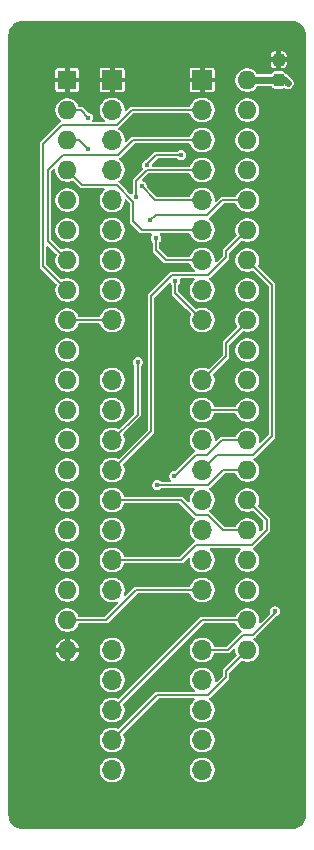
<source format=gbr>
G04 #@! TF.GenerationSoftware,KiCad,Pcbnew,9.0.6-9.0.6~ubuntu25.10.1*
G04 #@! TF.CreationDate,2025-12-24T22:54:59+09:00*
G04 #@! TF.ProjectId,bionic-p8086,62696f6e-6963-42d7-9038-3038362e6b69,1*
G04 #@! TF.SameCoordinates,Original*
G04 #@! TF.FileFunction,Copper,L2,Bot*
G04 #@! TF.FilePolarity,Positive*
%FSLAX46Y46*%
G04 Gerber Fmt 4.6, Leading zero omitted, Abs format (unit mm)*
G04 Created by KiCad (PCBNEW 9.0.6-9.0.6~ubuntu25.10.1) date 2025-12-24 22:54:59*
%MOMM*%
%LPD*%
G01*
G04 APERTURE LIST*
G04 Aperture macros list*
%AMRoundRect*
0 Rectangle with rounded corners*
0 $1 Rounding radius*
0 $2 $3 $4 $5 $6 $7 $8 $9 X,Y pos of 4 corners*
0 Add a 4 corners polygon primitive as box body*
4,1,4,$2,$3,$4,$5,$6,$7,$8,$9,$2,$3,0*
0 Add four circle primitives for the rounded corners*
1,1,$1+$1,$2,$3*
1,1,$1+$1,$4,$5*
1,1,$1+$1,$6,$7*
1,1,$1+$1,$8,$9*
0 Add four rect primitives between the rounded corners*
20,1,$1+$1,$2,$3,$4,$5,0*
20,1,$1+$1,$4,$5,$6,$7,0*
20,1,$1+$1,$6,$7,$8,$9,0*
20,1,$1+$1,$8,$9,$2,$3,0*%
G04 Aperture macros list end*
G04 #@! TA.AperFunction,ComponentPad*
%ADD10R,1.600000X1.600000*%
G04 #@! TD*
G04 #@! TA.AperFunction,ComponentPad*
%ADD11O,1.600000X1.600000*%
G04 #@! TD*
G04 #@! TA.AperFunction,ComponentPad*
%ADD12O,1.700000X1.700000*%
G04 #@! TD*
G04 #@! TA.AperFunction,ComponentPad*
%ADD13R,1.700000X1.700000*%
G04 #@! TD*
G04 #@! TA.AperFunction,SMDPad,CuDef*
%ADD14RoundRect,0.237500X0.237500X-0.300000X0.237500X0.300000X-0.237500X0.300000X-0.237500X-0.300000X0*%
G04 #@! TD*
G04 #@! TA.AperFunction,ViaPad*
%ADD15C,0.600000*%
G04 #@! TD*
G04 #@! TA.AperFunction,ViaPad*
%ADD16C,0.450000*%
G04 #@! TD*
G04 #@! TA.AperFunction,Conductor*
%ADD17C,0.150000*%
G04 #@! TD*
G04 #@! TA.AperFunction,Conductor*
%ADD18C,0.600000*%
G04 #@! TD*
G04 APERTURE END LIST*
D10*
X106080000Y-75080000D03*
D11*
X106080000Y-77620000D03*
X106080000Y-80160000D03*
X106080000Y-82700000D03*
X106080000Y-85240000D03*
X106080000Y-87780000D03*
X106080000Y-90320000D03*
X106080000Y-92860000D03*
X106080000Y-95400000D03*
X106080000Y-97940000D03*
X106080000Y-100480000D03*
X106080000Y-103020000D03*
X106080000Y-105560000D03*
X106080000Y-108100000D03*
X106080000Y-110640000D03*
X106080000Y-113180000D03*
X106080000Y-115720000D03*
X106080000Y-118260000D03*
X106080000Y-120800000D03*
X106080000Y-123340000D03*
X121320000Y-123340000D03*
X121320000Y-120800000D03*
X121320000Y-118260000D03*
X121320000Y-115720000D03*
X121320000Y-113180000D03*
X121320000Y-110640000D03*
X121320000Y-108100000D03*
X121320000Y-105560000D03*
X121320000Y-103020000D03*
X121320000Y-100480000D03*
X121320000Y-97940000D03*
X121320000Y-95400000D03*
X121320000Y-92860000D03*
X121320000Y-90320000D03*
X121320000Y-87780000D03*
X121320000Y-85240000D03*
X121320000Y-82700000D03*
X121320000Y-80160000D03*
X121320000Y-77620000D03*
X121320000Y-75080000D03*
D12*
X117510000Y-133500000D03*
X117510000Y-130960000D03*
X117510000Y-128420000D03*
X117510000Y-125880000D03*
X117510000Y-123340000D03*
X117510000Y-118260000D03*
X117510000Y-115720000D03*
X117510000Y-113180000D03*
X117510000Y-110640000D03*
X117510000Y-108100000D03*
X117510000Y-105560000D03*
X117510000Y-103020000D03*
X117510000Y-100480000D03*
X117510000Y-95400000D03*
X117510000Y-92860000D03*
X117510000Y-90320000D03*
X117510000Y-87780000D03*
X117510000Y-85240000D03*
X117510000Y-82700000D03*
X117510000Y-80160000D03*
X117510000Y-77620000D03*
D13*
X117510000Y-75080000D03*
D14*
X123987000Y-75080000D03*
X123987000Y-73355000D03*
D13*
X109890000Y-75080000D03*
D12*
X109890000Y-77620000D03*
X109890000Y-80160000D03*
X109890000Y-82700000D03*
X109890000Y-85240000D03*
X109890000Y-87780000D03*
X109890000Y-90320000D03*
X109890000Y-92860000D03*
X109890000Y-95400000D03*
X109890000Y-100480000D03*
X109890000Y-103020000D03*
X109890000Y-105560000D03*
X109890000Y-108100000D03*
X109890000Y-110640000D03*
X109890000Y-113180000D03*
X109890000Y-115720000D03*
X109890000Y-118260000D03*
X109890000Y-123340000D03*
X109890000Y-125880000D03*
X109890000Y-128420000D03*
X109890000Y-130960000D03*
X109890000Y-133500000D03*
D15*
X114893800Y-131366400D03*
X121116800Y-128242200D03*
X123453600Y-133373000D03*
X114208000Y-78763000D03*
X112201400Y-79550400D03*
X124749000Y-75334000D03*
D16*
X115155000Y-108608000D03*
X113700000Y-109370000D03*
X113598400Y-88491200D03*
X107858000Y-80922000D03*
X112372699Y-84062150D03*
X111922699Y-84985301D03*
X112049000Y-98956000D03*
X113122303Y-86948303D03*
X115732000Y-81430000D03*
X112839070Y-82250000D03*
X115224000Y-92098000D03*
X123675000Y-120067000D03*
X107858000Y-78255000D03*
D17*
X114462000Y-90320000D02*
X117510000Y-90320000D01*
X113598400Y-89456400D02*
X114462000Y-90320000D01*
X113598400Y-88491200D02*
X113598400Y-89456400D01*
X112839070Y-82250000D02*
X112839070Y-82214730D01*
X112839070Y-82214730D02*
X113623800Y-81430000D01*
X113623800Y-81430000D02*
X115732000Y-81430000D01*
X111922699Y-84985301D02*
X111922699Y-83588301D01*
X111922699Y-83588301D02*
X112811000Y-82700000D01*
X112811000Y-82700000D02*
X117510000Y-82700000D01*
X112372699Y-84062150D02*
X112372699Y-84065099D01*
X113547600Y-85240000D02*
X117510000Y-85240000D01*
X112372699Y-84065099D02*
X113547600Y-85240000D01*
X113560605Y-86510000D02*
X117954500Y-86510000D01*
X119224500Y-85240000D02*
X121320000Y-85240000D01*
X113122303Y-86948303D02*
X113560605Y-86510000D01*
X117954500Y-86510000D02*
X119224500Y-85240000D01*
X106080000Y-82700000D02*
X107350000Y-83970000D01*
X107350000Y-83970000D02*
X110271000Y-83970000D01*
X110271000Y-83970000D02*
X111668000Y-85367000D01*
X111668000Y-85367000D02*
X111668000Y-87018000D01*
X112430000Y-87780000D02*
X117510000Y-87780000D01*
X111668000Y-87018000D02*
X112430000Y-87780000D01*
X115224000Y-92098000D02*
X115224699Y-92098699D01*
X115224699Y-92098699D02*
X115224699Y-93114699D01*
X115224699Y-93114699D02*
X117510000Y-95400000D01*
X109890000Y-108100000D02*
X113192000Y-104798000D01*
X113192000Y-104798000D02*
X113192000Y-93368000D01*
X113192000Y-93368000D02*
X114970000Y-91590000D01*
X114970000Y-91590000D02*
X118018000Y-91590000D01*
X118018000Y-91590000D02*
X119542000Y-90066000D01*
X119542000Y-90066000D02*
X119542000Y-89558000D01*
X119542000Y-89558000D02*
X121320000Y-87780000D01*
D18*
X123987000Y-75080000D02*
X121320000Y-75080000D01*
X124749000Y-75334000D02*
X124495000Y-75080000D01*
X124495000Y-75080000D02*
X123987000Y-75080000D01*
D17*
X111668000Y-80160000D02*
X110398000Y-81430000D01*
X117510000Y-80160000D02*
X111668000Y-80160000D01*
X110398000Y-81430000D02*
X105699000Y-81430000D01*
X105699000Y-81430000D02*
X104429000Y-82700000D01*
X104429000Y-82700000D02*
X104429000Y-88669000D01*
X104429000Y-88669000D02*
X106080000Y-90320000D01*
X106080000Y-120800000D02*
X109382000Y-120800000D01*
X109382000Y-120800000D02*
X111922000Y-118260000D01*
X111922000Y-118260000D02*
X117510000Y-118260000D01*
X117891000Y-106830000D02*
X119161000Y-105560000D01*
X115224000Y-108608000D02*
X117002000Y-106830000D01*
X119161000Y-105560000D02*
X121320000Y-105560000D01*
X117002000Y-106830000D02*
X117891000Y-106830000D01*
X115155000Y-108608000D02*
X115224000Y-108608000D01*
X113700000Y-109370000D02*
X118018000Y-109370000D01*
X118018000Y-109370000D02*
X119288000Y-108100000D01*
X119288000Y-108100000D02*
X121320000Y-108100000D01*
X117510000Y-120800000D02*
X109890000Y-128420000D01*
X121320000Y-120800000D02*
X117510000Y-120800000D01*
X115732000Y-115720000D02*
X109890000Y-115720000D01*
X122971000Y-113180000D02*
X121701000Y-114450000D01*
X122971000Y-112291000D02*
X122971000Y-113180000D01*
X117002000Y-114450000D02*
X115732000Y-115720000D01*
X121320000Y-110640000D02*
X122971000Y-112291000D01*
X121701000Y-114450000D02*
X117002000Y-114450000D01*
X106080000Y-80160000D02*
X107096000Y-80160000D01*
X107096000Y-80160000D02*
X107858000Y-80922000D01*
X106080000Y-95400000D02*
X109890000Y-95400000D01*
X121828000Y-106830000D02*
X118780000Y-106830000D01*
X123401300Y-105256700D02*
X121828000Y-106830000D01*
X118780000Y-106830000D02*
X117510000Y-108100000D01*
X123401300Y-92401300D02*
X123401300Y-105256700D01*
X121320000Y-90320000D02*
X123401300Y-92401300D01*
X118018000Y-127150000D02*
X113700000Y-127150000D01*
X119542000Y-125118000D02*
X119542000Y-125626000D01*
X119542000Y-125626000D02*
X118018000Y-127150000D01*
X121320000Y-123340000D02*
X119542000Y-125118000D01*
X113700000Y-127150000D02*
X109890000Y-130960000D01*
X119542000Y-97357200D02*
X121320000Y-95579200D01*
X121320000Y-95579200D02*
X121320000Y-95400000D01*
X117510000Y-100480000D02*
X119542000Y-98448000D01*
X119542000Y-98448000D02*
X119542000Y-97357200D01*
X117510000Y-77620000D02*
X111541000Y-77620000D01*
X104048000Y-80490200D02*
X104048000Y-90828000D01*
X110271000Y-78890000D02*
X105648200Y-78890000D01*
X105648200Y-78890000D02*
X104048000Y-80490200D01*
X111541000Y-77620000D02*
X110271000Y-78890000D01*
X104048000Y-90828000D02*
X106080000Y-92860000D01*
X117002000Y-111910000D02*
X118018000Y-111910000D01*
X109890000Y-110640000D02*
X115732000Y-110640000D01*
X115732000Y-110640000D02*
X117002000Y-111910000D01*
X118018000Y-111910000D02*
X119288000Y-113180000D01*
X119288000Y-113180000D02*
X121320000Y-113180000D01*
X112049000Y-103401000D02*
X109890000Y-105560000D01*
X112049000Y-98956000D02*
X112049000Y-103401000D01*
X119669000Y-123340000D02*
X117510000Y-123340000D01*
X123675000Y-120067000D02*
X123675000Y-120223000D01*
X120939000Y-122070000D02*
X119669000Y-123340000D01*
X121828000Y-122070000D02*
X120939000Y-122070000D01*
X123675000Y-120223000D02*
X121828000Y-122070000D01*
X107223000Y-77620000D02*
X106080000Y-77620000D01*
X107858000Y-78255000D02*
X107223000Y-77620000D01*
X121320000Y-103020000D02*
X117510000Y-103020000D01*
G04 #@! TA.AperFunction,Conductor*
G36*
X125134309Y-70100877D02*
G01*
X125324457Y-70117512D01*
X125341437Y-70120505D01*
X125521635Y-70168789D01*
X125537839Y-70174687D01*
X125706902Y-70253523D01*
X125721842Y-70262149D01*
X125874641Y-70369140D01*
X125887861Y-70380232D01*
X126019767Y-70512138D01*
X126030859Y-70525358D01*
X126137850Y-70678157D01*
X126146478Y-70693101D01*
X126225308Y-70862151D01*
X126231211Y-70878368D01*
X126279492Y-71058555D01*
X126282488Y-71075550D01*
X126299123Y-71265690D01*
X126299500Y-71274318D01*
X126299500Y-137305681D01*
X126299123Y-137314309D01*
X126282488Y-137504449D01*
X126279492Y-137521444D01*
X126231211Y-137701631D01*
X126225308Y-137717848D01*
X126146478Y-137886898D01*
X126137850Y-137901842D01*
X126030859Y-138054641D01*
X126019767Y-138067861D01*
X125887861Y-138199767D01*
X125874641Y-138210859D01*
X125721842Y-138317850D01*
X125706898Y-138326478D01*
X125537848Y-138405308D01*
X125521631Y-138411211D01*
X125341444Y-138459492D01*
X125324449Y-138462488D01*
X125134309Y-138479123D01*
X125125681Y-138479500D01*
X102274319Y-138479500D01*
X102265691Y-138479123D01*
X102075550Y-138462488D01*
X102058555Y-138459492D01*
X101878368Y-138411211D01*
X101862154Y-138405309D01*
X101693100Y-138326477D01*
X101678157Y-138317850D01*
X101525358Y-138210859D01*
X101512138Y-138199767D01*
X101380232Y-138067861D01*
X101369140Y-138054641D01*
X101262149Y-137901842D01*
X101253523Y-137886902D01*
X101174687Y-137717839D01*
X101168788Y-137701631D01*
X101149843Y-137630926D01*
X101120505Y-137521437D01*
X101117512Y-137504457D01*
X101100877Y-137314309D01*
X101100500Y-137305681D01*
X101100500Y-133396532D01*
X108839500Y-133396532D01*
X108839500Y-133603467D01*
X108879869Y-133806418D01*
X108959058Y-133997597D01*
X108959059Y-133997598D01*
X109074023Y-134169655D01*
X109220345Y-134315977D01*
X109392402Y-134430941D01*
X109583580Y-134510130D01*
X109786535Y-134550500D01*
X109786536Y-134550500D01*
X109993464Y-134550500D01*
X109993465Y-134550500D01*
X110196420Y-134510130D01*
X110387598Y-134430941D01*
X110559655Y-134315977D01*
X110705977Y-134169655D01*
X110820941Y-133997598D01*
X110900130Y-133806420D01*
X110940500Y-133603465D01*
X110940500Y-133396535D01*
X110940499Y-133396532D01*
X116459500Y-133396532D01*
X116459500Y-133603467D01*
X116499869Y-133806418D01*
X116579058Y-133997597D01*
X116579059Y-133997598D01*
X116694023Y-134169655D01*
X116840345Y-134315977D01*
X117012402Y-134430941D01*
X117203580Y-134510130D01*
X117406535Y-134550500D01*
X117406536Y-134550500D01*
X117613464Y-134550500D01*
X117613465Y-134550500D01*
X117816420Y-134510130D01*
X118007598Y-134430941D01*
X118179655Y-134315977D01*
X118325977Y-134169655D01*
X118440941Y-133997598D01*
X118520130Y-133806420D01*
X118560500Y-133603465D01*
X118560500Y-133396535D01*
X118520130Y-133193580D01*
X118440941Y-133002402D01*
X118325977Y-132830345D01*
X118179655Y-132684023D01*
X118007598Y-132569059D01*
X118007599Y-132569059D01*
X118007597Y-132569058D01*
X117816418Y-132489869D01*
X117613467Y-132449500D01*
X117613465Y-132449500D01*
X117406535Y-132449500D01*
X117406532Y-132449500D01*
X117203581Y-132489869D01*
X117012402Y-132569058D01*
X116840348Y-132684020D01*
X116694020Y-132830348D01*
X116579058Y-133002402D01*
X116499869Y-133193581D01*
X116459500Y-133396532D01*
X110940499Y-133396532D01*
X110900130Y-133193580D01*
X110820941Y-133002402D01*
X110705977Y-132830345D01*
X110559655Y-132684023D01*
X110387598Y-132569059D01*
X110387599Y-132569059D01*
X110387597Y-132569058D01*
X110196418Y-132489869D01*
X109993467Y-132449500D01*
X109993465Y-132449500D01*
X109786535Y-132449500D01*
X109786532Y-132449500D01*
X109583581Y-132489869D01*
X109392402Y-132569058D01*
X109220348Y-132684020D01*
X109074020Y-132830348D01*
X108959058Y-133002402D01*
X108879869Y-133193581D01*
X108839500Y-133396532D01*
X101100500Y-133396532D01*
X101100500Y-128316532D01*
X108839500Y-128316532D01*
X108839500Y-128523467D01*
X108879869Y-128726418D01*
X108959058Y-128917597D01*
X108959059Y-128917598D01*
X109074023Y-129089655D01*
X109220345Y-129235977D01*
X109392402Y-129350941D01*
X109583580Y-129430130D01*
X109786535Y-129470500D01*
X109786536Y-129470500D01*
X109993464Y-129470500D01*
X109993465Y-129470500D01*
X110196420Y-129430130D01*
X110387598Y-129350941D01*
X110559655Y-129235977D01*
X110705977Y-129089655D01*
X110820941Y-128917598D01*
X110900130Y-128726420D01*
X110940500Y-128523465D01*
X110940500Y-128316535D01*
X110900130Y-128113580D01*
X110833446Y-127952593D01*
X110828646Y-127891599D01*
X110854905Y-127844708D01*
X117595120Y-121104496D01*
X117649637Y-121076719D01*
X117665124Y-121075500D01*
X120285033Y-121075500D01*
X120343224Y-121094407D01*
X120376497Y-121136615D01*
X120433368Y-121273914D01*
X120542861Y-121437782D01*
X120682218Y-121577139D01*
X120762188Y-121630573D01*
X120806327Y-121660066D01*
X120844206Y-121708116D01*
X120846608Y-121769254D01*
X120812615Y-121820128D01*
X120789217Y-121833842D01*
X120782944Y-121836440D01*
X119583881Y-123035504D01*
X119529364Y-123063281D01*
X119513877Y-123064500D01*
X118599087Y-123064500D01*
X118540896Y-123045593D01*
X118507623Y-123003386D01*
X118440941Y-122842402D01*
X118325979Y-122670348D01*
X118325977Y-122670345D01*
X118179655Y-122524023D01*
X118179651Y-122524020D01*
X118007597Y-122409058D01*
X117816418Y-122329869D01*
X117613467Y-122289500D01*
X117613465Y-122289500D01*
X117406535Y-122289500D01*
X117406532Y-122289500D01*
X117203581Y-122329869D01*
X117012402Y-122409058D01*
X116840348Y-122524020D01*
X116694020Y-122670348D01*
X116579058Y-122842402D01*
X116499869Y-123033581D01*
X116459500Y-123236532D01*
X116459500Y-123443467D01*
X116499869Y-123646418D01*
X116579058Y-123837597D01*
X116672726Y-123977782D01*
X116694023Y-124009655D01*
X116840345Y-124155977D01*
X117012402Y-124270941D01*
X117203580Y-124350130D01*
X117406535Y-124390500D01*
X117406536Y-124390500D01*
X117613464Y-124390500D01*
X117613465Y-124390500D01*
X117816420Y-124350130D01*
X118007598Y-124270941D01*
X118179655Y-124155977D01*
X118325977Y-124009655D01*
X118440941Y-123837598D01*
X118507623Y-123676613D01*
X118547360Y-123630089D01*
X118599087Y-123615500D01*
X119723799Y-123615500D01*
X119723800Y-123615500D01*
X119825058Y-123573557D01*
X119902557Y-123496058D01*
X119902556Y-123496058D01*
X120150498Y-123248116D01*
X120205013Y-123220340D01*
X120265445Y-123229911D01*
X120308710Y-123273176D01*
X120319500Y-123318121D01*
X120319500Y-123438543D01*
X120357949Y-123631834D01*
X120357949Y-123631836D01*
X120414819Y-123769134D01*
X120419619Y-123830131D01*
X120393359Y-123877022D01*
X119385942Y-124884442D01*
X119308446Y-124961938D01*
X119308444Y-124961940D01*
X119308443Y-124961942D01*
X119308443Y-124961943D01*
X119266500Y-125063200D01*
X119266500Y-125470875D01*
X119247593Y-125529066D01*
X119237504Y-125540879D01*
X118729504Y-126048879D01*
X118674987Y-126076656D01*
X118614555Y-126067085D01*
X118571290Y-126023820D01*
X118560500Y-125978875D01*
X118560500Y-125776536D01*
X118560499Y-125776532D01*
X118520130Y-125573581D01*
X118506584Y-125540879D01*
X118440941Y-125382402D01*
X118325977Y-125210345D01*
X118179655Y-125064023D01*
X118179651Y-125064020D01*
X118007597Y-124949058D01*
X117816418Y-124869869D01*
X117613467Y-124829500D01*
X117613465Y-124829500D01*
X117406535Y-124829500D01*
X117406532Y-124829500D01*
X117203581Y-124869869D01*
X117012402Y-124949058D01*
X116840348Y-125064020D01*
X116694020Y-125210348D01*
X116579058Y-125382402D01*
X116499869Y-125573581D01*
X116459500Y-125776532D01*
X116459500Y-125983467D01*
X116499869Y-126186418D01*
X116579058Y-126377597D01*
X116579059Y-126377598D01*
X116694023Y-126549655D01*
X116840345Y-126695977D01*
X116840348Y-126695979D01*
X116840353Y-126695984D01*
X116843996Y-126698974D01*
X116876982Y-126750507D01*
X116873378Y-126811586D01*
X116834561Y-126858881D01*
X116781189Y-126874500D01*
X113645198Y-126874500D01*
X113543944Y-126916440D01*
X110465291Y-129995091D01*
X110410774Y-130022868D01*
X110357401Y-130016551D01*
X110196418Y-129949869D01*
X109993467Y-129909500D01*
X109993465Y-129909500D01*
X109786535Y-129909500D01*
X109786532Y-129909500D01*
X109583581Y-129949869D01*
X109392402Y-130029058D01*
X109220348Y-130144020D01*
X109074020Y-130290348D01*
X108959058Y-130462402D01*
X108879869Y-130653581D01*
X108839500Y-130856532D01*
X108839500Y-131063467D01*
X108879869Y-131266418D01*
X108959058Y-131457597D01*
X108959059Y-131457598D01*
X109074023Y-131629655D01*
X109220345Y-131775977D01*
X109392402Y-131890941D01*
X109583580Y-131970130D01*
X109786535Y-132010500D01*
X109786536Y-132010500D01*
X109993464Y-132010500D01*
X109993465Y-132010500D01*
X110196420Y-131970130D01*
X110387598Y-131890941D01*
X110559655Y-131775977D01*
X110705977Y-131629655D01*
X110820941Y-131457598D01*
X110900130Y-131266420D01*
X110940500Y-131063465D01*
X110940500Y-130856535D01*
X110940499Y-130856532D01*
X116459500Y-130856532D01*
X116459500Y-131063467D01*
X116499869Y-131266418D01*
X116579058Y-131457597D01*
X116579059Y-131457598D01*
X116694023Y-131629655D01*
X116840345Y-131775977D01*
X117012402Y-131890941D01*
X117203580Y-131970130D01*
X117406535Y-132010500D01*
X117406536Y-132010500D01*
X117613464Y-132010500D01*
X117613465Y-132010500D01*
X117816420Y-131970130D01*
X118007598Y-131890941D01*
X118179655Y-131775977D01*
X118325977Y-131629655D01*
X118440941Y-131457598D01*
X118520130Y-131266420D01*
X118560500Y-131063465D01*
X118560500Y-130856535D01*
X118520130Y-130653580D01*
X118440941Y-130462402D01*
X118325977Y-130290345D01*
X118179655Y-130144023D01*
X118007598Y-130029059D01*
X118007599Y-130029059D01*
X118007597Y-130029058D01*
X117816418Y-129949869D01*
X117613467Y-129909500D01*
X117613465Y-129909500D01*
X117406535Y-129909500D01*
X117406532Y-129909500D01*
X117203581Y-129949869D01*
X117012402Y-130029058D01*
X116840348Y-130144020D01*
X116694020Y-130290348D01*
X116579058Y-130462402D01*
X116499869Y-130653581D01*
X116459500Y-130856532D01*
X110940499Y-130856532D01*
X110900130Y-130653580D01*
X110833448Y-130492596D01*
X110828647Y-130431599D01*
X110854906Y-130384708D01*
X113785120Y-127454496D01*
X113839637Y-127426719D01*
X113855124Y-127425500D01*
X116781189Y-127425500D01*
X116839380Y-127444407D01*
X116875344Y-127493907D01*
X116875344Y-127555093D01*
X116843996Y-127601026D01*
X116840353Y-127604015D01*
X116694020Y-127750348D01*
X116579058Y-127922402D01*
X116499869Y-128113581D01*
X116459500Y-128316532D01*
X116459500Y-128523467D01*
X116499869Y-128726418D01*
X116579058Y-128917597D01*
X116579059Y-128917598D01*
X116694023Y-129089655D01*
X116840345Y-129235977D01*
X117012402Y-129350941D01*
X117203580Y-129430130D01*
X117406535Y-129470500D01*
X117406536Y-129470500D01*
X117613464Y-129470500D01*
X117613465Y-129470500D01*
X117816420Y-129430130D01*
X118007598Y-129350941D01*
X118179655Y-129235977D01*
X118325977Y-129089655D01*
X118440941Y-128917598D01*
X118520130Y-128726420D01*
X118560500Y-128523465D01*
X118560500Y-128316535D01*
X118520130Y-128113580D01*
X118440941Y-127922402D01*
X118325977Y-127750345D01*
X118179655Y-127604023D01*
X118179643Y-127604015D01*
X118127830Y-127569395D01*
X118089950Y-127521345D01*
X118087548Y-127460207D01*
X118120975Y-127409782D01*
X118131950Y-127400998D01*
X118174058Y-127383557D01*
X118251557Y-127306058D01*
X118251556Y-127306058D01*
X119775557Y-125782059D01*
X119787841Y-125752400D01*
X119817500Y-125680800D01*
X119817500Y-125273123D01*
X119836407Y-125214932D01*
X119846496Y-125203119D01*
X120220115Y-124829500D01*
X120782977Y-124266637D01*
X120837492Y-124238862D01*
X120890861Y-124245178D01*
X121028165Y-124302051D01*
X121221459Y-124340500D01*
X121221460Y-124340500D01*
X121418540Y-124340500D01*
X121418541Y-124340500D01*
X121611835Y-124302051D01*
X121793914Y-124226632D01*
X121957782Y-124117139D01*
X122097139Y-123977782D01*
X122206632Y-123813914D01*
X122282051Y-123631835D01*
X122320500Y-123438541D01*
X122320500Y-123241459D01*
X122282051Y-123048165D01*
X122206632Y-122866086D01*
X122097139Y-122702218D01*
X121957782Y-122562861D01*
X121882271Y-122512406D01*
X121844393Y-122464357D01*
X121841991Y-122403219D01*
X121875984Y-122352345D01*
X121899382Y-122338631D01*
X121984058Y-122303557D01*
X122061557Y-122226058D01*
X122061556Y-122226058D01*
X123799821Y-120487793D01*
X123834085Y-120468025D01*
X123833241Y-120465986D01*
X123839227Y-120463505D01*
X123839237Y-120463503D01*
X123936263Y-120407485D01*
X124015485Y-120328263D01*
X124054859Y-120260064D01*
X124071501Y-120231241D01*
X124071501Y-120231239D01*
X124071503Y-120231237D01*
X124100500Y-120123018D01*
X124100500Y-120010982D01*
X124071503Y-119902763D01*
X124071501Y-119902760D01*
X124071501Y-119902758D01*
X124015486Y-119805739D01*
X124015485Y-119805737D01*
X123936263Y-119726515D01*
X123936260Y-119726513D01*
X123839240Y-119670498D01*
X123839242Y-119670498D01*
X123797251Y-119659247D01*
X123731018Y-119641500D01*
X123618982Y-119641500D01*
X123552748Y-119659247D01*
X123510758Y-119670498D01*
X123413739Y-119726513D01*
X123334513Y-119805739D01*
X123278498Y-119902758D01*
X123275655Y-119913368D01*
X123249500Y-120010982D01*
X123249500Y-120123018D01*
X123263417Y-120174961D01*
X123260215Y-120236062D01*
X123237795Y-120270587D01*
X122479427Y-121028956D01*
X122424910Y-121056733D01*
X122364478Y-121047162D01*
X122321213Y-121003897D01*
X122311642Y-120943465D01*
X122312325Y-120939637D01*
X122320500Y-120898541D01*
X122320500Y-120701459D01*
X122282051Y-120508165D01*
X122206632Y-120326086D01*
X122097139Y-120162218D01*
X121957782Y-120022861D01*
X121793914Y-119913368D01*
X121793915Y-119913368D01*
X121793913Y-119913367D01*
X121611835Y-119837949D01*
X121418543Y-119799500D01*
X121418541Y-119799500D01*
X121221459Y-119799500D01*
X121221456Y-119799500D01*
X121028165Y-119837949D01*
X121028163Y-119837949D01*
X120846086Y-119913367D01*
X120682218Y-120022861D01*
X120682214Y-120022864D01*
X120542864Y-120162214D01*
X120542861Y-120162218D01*
X120433367Y-120326087D01*
X120376497Y-120463385D01*
X120336761Y-120509911D01*
X120285033Y-120524500D01*
X117455199Y-120524500D01*
X117383599Y-120554157D01*
X117383599Y-120554158D01*
X117353941Y-120566443D01*
X110465292Y-127455091D01*
X110410775Y-127482868D01*
X110357403Y-127476551D01*
X110196420Y-127409870D01*
X109993467Y-127369500D01*
X109993465Y-127369500D01*
X109786535Y-127369500D01*
X109786532Y-127369500D01*
X109583581Y-127409869D01*
X109392402Y-127489058D01*
X109220348Y-127604020D01*
X109074020Y-127750348D01*
X108959058Y-127922402D01*
X108879869Y-128113581D01*
X108839500Y-128316532D01*
X101100500Y-128316532D01*
X101100500Y-125776532D01*
X108839500Y-125776532D01*
X108839500Y-125983467D01*
X108879869Y-126186418D01*
X108959058Y-126377597D01*
X108959059Y-126377598D01*
X109074023Y-126549655D01*
X109220345Y-126695977D01*
X109392402Y-126810941D01*
X109583580Y-126890130D01*
X109786535Y-126930500D01*
X109786536Y-126930500D01*
X109993464Y-126930500D01*
X109993465Y-126930500D01*
X110196420Y-126890130D01*
X110387598Y-126810941D01*
X110559655Y-126695977D01*
X110705977Y-126549655D01*
X110820941Y-126377598D01*
X110900130Y-126186420D01*
X110940500Y-125983465D01*
X110940500Y-125776535D01*
X110900130Y-125573580D01*
X110820941Y-125382402D01*
X110705977Y-125210345D01*
X110559655Y-125064023D01*
X110559651Y-125064020D01*
X110387597Y-124949058D01*
X110196418Y-124869869D01*
X109993467Y-124829500D01*
X109993465Y-124829500D01*
X109786535Y-124829500D01*
X109786532Y-124829500D01*
X109583581Y-124869869D01*
X109392402Y-124949058D01*
X109220348Y-125064020D01*
X109074020Y-125210348D01*
X108959058Y-125382402D01*
X108879869Y-125573581D01*
X108839500Y-125776532D01*
X101100500Y-125776532D01*
X101100500Y-123140000D01*
X105100190Y-123140000D01*
X105733589Y-123140000D01*
X105707259Y-123185606D01*
X105680000Y-123287339D01*
X105680000Y-123392661D01*
X105707259Y-123494394D01*
X105733590Y-123540000D01*
X105100191Y-123540000D01*
X105118429Y-123631688D01*
X105118429Y-123631690D01*
X105193808Y-123813673D01*
X105193814Y-123813685D01*
X105303249Y-123977462D01*
X105303252Y-123977466D01*
X105442533Y-124116747D01*
X105442537Y-124116750D01*
X105606314Y-124226185D01*
X105606326Y-124226191D01*
X105788304Y-124301568D01*
X105788315Y-124301571D01*
X105880000Y-124319807D01*
X105880000Y-123686410D01*
X105925606Y-123712741D01*
X106027339Y-123740000D01*
X106132661Y-123740000D01*
X106234394Y-123712741D01*
X106280000Y-123686410D01*
X106280000Y-124319806D01*
X106371684Y-124301571D01*
X106371695Y-124301568D01*
X106553673Y-124226191D01*
X106553685Y-124226185D01*
X106717462Y-124116750D01*
X106717466Y-124116747D01*
X106856747Y-123977466D01*
X106856750Y-123977462D01*
X106966185Y-123813685D01*
X106966191Y-123813673D01*
X107041570Y-123631690D01*
X107041570Y-123631688D01*
X107059809Y-123540000D01*
X106426410Y-123540000D01*
X106452741Y-123494394D01*
X106480000Y-123392661D01*
X106480000Y-123287339D01*
X106466386Y-123236532D01*
X108839500Y-123236532D01*
X108839500Y-123443467D01*
X108879869Y-123646418D01*
X108959058Y-123837597D01*
X109052726Y-123977782D01*
X109074023Y-124009655D01*
X109220345Y-124155977D01*
X109392402Y-124270941D01*
X109583580Y-124350130D01*
X109786535Y-124390500D01*
X109786536Y-124390500D01*
X109993464Y-124390500D01*
X109993465Y-124390500D01*
X110196420Y-124350130D01*
X110387598Y-124270941D01*
X110559655Y-124155977D01*
X110705977Y-124009655D01*
X110820941Y-123837598D01*
X110900130Y-123646420D01*
X110940500Y-123443465D01*
X110940500Y-123236535D01*
X110900130Y-123033580D01*
X110820941Y-122842402D01*
X110705977Y-122670345D01*
X110559655Y-122524023D01*
X110559651Y-122524020D01*
X110387597Y-122409058D01*
X110196418Y-122329869D01*
X109993467Y-122289500D01*
X109993465Y-122289500D01*
X109786535Y-122289500D01*
X109786532Y-122289500D01*
X109583581Y-122329869D01*
X109392402Y-122409058D01*
X109220348Y-122524020D01*
X109074020Y-122670348D01*
X108959058Y-122842402D01*
X108879869Y-123033581D01*
X108839500Y-123236532D01*
X106466386Y-123236532D01*
X106452741Y-123185606D01*
X106426411Y-123140000D01*
X107059808Y-123140000D01*
X107059808Y-123139999D01*
X107041570Y-123048311D01*
X107041570Y-123048309D01*
X106966191Y-122866326D01*
X106966185Y-122866314D01*
X106856750Y-122702537D01*
X106856747Y-122702533D01*
X106717466Y-122563252D01*
X106717462Y-122563249D01*
X106553685Y-122453814D01*
X106553673Y-122453808D01*
X106371689Y-122378429D01*
X106280000Y-122360190D01*
X106280000Y-122993589D01*
X106234394Y-122967259D01*
X106132661Y-122940000D01*
X106027339Y-122940000D01*
X105925606Y-122967259D01*
X105880000Y-122993589D01*
X105880000Y-122360190D01*
X105788311Y-122378429D01*
X105788309Y-122378429D01*
X105606326Y-122453808D01*
X105606314Y-122453814D01*
X105442537Y-122563249D01*
X105442533Y-122563252D01*
X105303252Y-122702533D01*
X105303249Y-122702537D01*
X105193814Y-122866314D01*
X105193808Y-122866326D01*
X105118429Y-123048309D01*
X105118429Y-123048311D01*
X105100190Y-123140000D01*
X101100500Y-123140000D01*
X101100500Y-120701456D01*
X105079500Y-120701456D01*
X105079500Y-120898543D01*
X105117949Y-121091834D01*
X105117949Y-121091836D01*
X105193367Y-121273913D01*
X105193368Y-121273914D01*
X105302861Y-121437782D01*
X105442218Y-121577139D01*
X105606086Y-121686632D01*
X105788165Y-121762051D01*
X105981459Y-121800500D01*
X105981460Y-121800500D01*
X106178540Y-121800500D01*
X106178541Y-121800500D01*
X106371835Y-121762051D01*
X106553914Y-121686632D01*
X106717782Y-121577139D01*
X106857139Y-121437782D01*
X106966632Y-121273914D01*
X107023503Y-121136615D01*
X107063239Y-121090089D01*
X107114967Y-121075500D01*
X109436799Y-121075500D01*
X109436800Y-121075500D01*
X109538058Y-121033557D01*
X109615557Y-120956058D01*
X109615556Y-120956058D01*
X111380674Y-119190941D01*
X112007120Y-118564496D01*
X112061637Y-118536719D01*
X112077124Y-118535500D01*
X116420913Y-118535500D01*
X116479104Y-118554407D01*
X116512377Y-118596614D01*
X116579058Y-118757597D01*
X116672726Y-118897782D01*
X116694023Y-118929655D01*
X116840345Y-119075977D01*
X117012402Y-119190941D01*
X117203580Y-119270130D01*
X117406535Y-119310500D01*
X117406536Y-119310500D01*
X117613464Y-119310500D01*
X117613465Y-119310500D01*
X117816420Y-119270130D01*
X118007598Y-119190941D01*
X118179655Y-119075977D01*
X118325977Y-118929655D01*
X118440941Y-118757598D01*
X118520130Y-118566420D01*
X118560500Y-118363465D01*
X118560500Y-118161456D01*
X120319500Y-118161456D01*
X120319500Y-118358543D01*
X120357949Y-118551834D01*
X120357949Y-118551836D01*
X120433367Y-118733913D01*
X120433368Y-118733914D01*
X120542861Y-118897782D01*
X120682218Y-119037139D01*
X120846086Y-119146632D01*
X121028165Y-119222051D01*
X121221459Y-119260500D01*
X121221460Y-119260500D01*
X121418540Y-119260500D01*
X121418541Y-119260500D01*
X121611835Y-119222051D01*
X121793914Y-119146632D01*
X121957782Y-119037139D01*
X122097139Y-118897782D01*
X122206632Y-118733914D01*
X122282051Y-118551835D01*
X122320500Y-118358541D01*
X122320500Y-118161459D01*
X122282051Y-117968165D01*
X122206632Y-117786086D01*
X122097139Y-117622218D01*
X121957782Y-117482861D01*
X121793914Y-117373368D01*
X121793915Y-117373368D01*
X121793913Y-117373367D01*
X121611835Y-117297949D01*
X121418543Y-117259500D01*
X121418541Y-117259500D01*
X121221459Y-117259500D01*
X121221456Y-117259500D01*
X121028165Y-117297949D01*
X121028163Y-117297949D01*
X120846086Y-117373367D01*
X120682218Y-117482861D01*
X120682214Y-117482864D01*
X120542864Y-117622214D01*
X120542861Y-117622218D01*
X120433367Y-117786086D01*
X120357949Y-117968163D01*
X120357949Y-117968165D01*
X120319500Y-118161456D01*
X118560500Y-118161456D01*
X118560500Y-118156535D01*
X118520130Y-117953580D01*
X118440941Y-117762402D01*
X118325977Y-117590345D01*
X118179655Y-117444023D01*
X118073912Y-117373368D01*
X118007597Y-117329058D01*
X117816418Y-117249869D01*
X117613467Y-117209500D01*
X117613465Y-117209500D01*
X117406535Y-117209500D01*
X117406532Y-117209500D01*
X117203581Y-117249869D01*
X117012402Y-117329058D01*
X116840348Y-117444020D01*
X116694020Y-117590348D01*
X116579058Y-117762402D01*
X116512377Y-117923386D01*
X116472640Y-117969911D01*
X116420913Y-117984500D01*
X111867199Y-117984500D01*
X111795599Y-118014157D01*
X111795599Y-118014158D01*
X111765941Y-118026443D01*
X111021661Y-118770723D01*
X110967144Y-118798500D01*
X110906712Y-118788929D01*
X110863447Y-118745664D01*
X110853876Y-118685232D01*
X110860190Y-118662841D01*
X110900130Y-118566420D01*
X110940500Y-118363465D01*
X110940500Y-118156535D01*
X110900130Y-117953580D01*
X110820941Y-117762402D01*
X110705977Y-117590345D01*
X110559655Y-117444023D01*
X110453912Y-117373368D01*
X110387597Y-117329058D01*
X110196418Y-117249869D01*
X109993467Y-117209500D01*
X109993465Y-117209500D01*
X109786535Y-117209500D01*
X109786532Y-117209500D01*
X109583581Y-117249869D01*
X109392402Y-117329058D01*
X109220348Y-117444020D01*
X109074020Y-117590348D01*
X108959058Y-117762402D01*
X108879869Y-117953581D01*
X108839500Y-118156532D01*
X108839500Y-118363467D01*
X108879869Y-118566418D01*
X108959058Y-118757597D01*
X109052726Y-118897782D01*
X109074023Y-118929655D01*
X109220345Y-119075977D01*
X109392402Y-119190941D01*
X109583580Y-119270130D01*
X109786535Y-119310500D01*
X109786536Y-119310500D01*
X109993464Y-119310500D01*
X109993465Y-119310500D01*
X110196420Y-119270130D01*
X110292836Y-119230192D01*
X110353829Y-119225392D01*
X110405999Y-119257361D01*
X110429414Y-119313889D01*
X110415131Y-119373384D01*
X110400723Y-119391661D01*
X109296881Y-120495504D01*
X109242364Y-120523281D01*
X109226877Y-120524500D01*
X107114967Y-120524500D01*
X107056776Y-120505593D01*
X107023503Y-120463385D01*
X106997951Y-120401699D01*
X106966632Y-120326086D01*
X106857139Y-120162218D01*
X106717782Y-120022861D01*
X106553914Y-119913368D01*
X106553915Y-119913368D01*
X106553913Y-119913367D01*
X106371835Y-119837949D01*
X106178543Y-119799500D01*
X106178541Y-119799500D01*
X105981459Y-119799500D01*
X105981456Y-119799500D01*
X105788165Y-119837949D01*
X105788163Y-119837949D01*
X105606086Y-119913367D01*
X105442218Y-120022861D01*
X105442214Y-120022864D01*
X105302864Y-120162214D01*
X105302861Y-120162218D01*
X105193367Y-120326086D01*
X105117949Y-120508163D01*
X105117949Y-120508165D01*
X105079500Y-120701456D01*
X101100500Y-120701456D01*
X101100500Y-118161456D01*
X105079500Y-118161456D01*
X105079500Y-118358543D01*
X105117949Y-118551834D01*
X105117949Y-118551836D01*
X105193367Y-118733913D01*
X105193368Y-118733914D01*
X105302861Y-118897782D01*
X105442218Y-119037139D01*
X105606086Y-119146632D01*
X105788165Y-119222051D01*
X105981459Y-119260500D01*
X105981460Y-119260500D01*
X106178540Y-119260500D01*
X106178541Y-119260500D01*
X106371835Y-119222051D01*
X106553914Y-119146632D01*
X106717782Y-119037139D01*
X106857139Y-118897782D01*
X106966632Y-118733914D01*
X107042051Y-118551835D01*
X107080500Y-118358541D01*
X107080500Y-118161459D01*
X107042051Y-117968165D01*
X106966632Y-117786086D01*
X106857139Y-117622218D01*
X106717782Y-117482861D01*
X106553914Y-117373368D01*
X106553915Y-117373368D01*
X106553913Y-117373367D01*
X106371835Y-117297949D01*
X106178543Y-117259500D01*
X106178541Y-117259500D01*
X105981459Y-117259500D01*
X105981456Y-117259500D01*
X105788165Y-117297949D01*
X105788163Y-117297949D01*
X105606086Y-117373367D01*
X105442218Y-117482861D01*
X105442214Y-117482864D01*
X105302864Y-117622214D01*
X105302861Y-117622218D01*
X105193367Y-117786086D01*
X105117949Y-117968163D01*
X105117949Y-117968165D01*
X105079500Y-118161456D01*
X101100500Y-118161456D01*
X101100500Y-115621456D01*
X105079500Y-115621456D01*
X105079500Y-115818543D01*
X105117949Y-116011834D01*
X105117949Y-116011836D01*
X105193367Y-116193913D01*
X105193368Y-116193914D01*
X105302861Y-116357782D01*
X105442218Y-116497139D01*
X105606086Y-116606632D01*
X105788165Y-116682051D01*
X105981459Y-116720500D01*
X105981460Y-116720500D01*
X106178540Y-116720500D01*
X106178541Y-116720500D01*
X106371835Y-116682051D01*
X106553914Y-116606632D01*
X106717782Y-116497139D01*
X106857139Y-116357782D01*
X106966632Y-116193914D01*
X107042051Y-116011835D01*
X107080500Y-115818541D01*
X107080500Y-115621459D01*
X107042051Y-115428165D01*
X106966632Y-115246086D01*
X106857139Y-115082218D01*
X106717782Y-114942861D01*
X106553914Y-114833368D01*
X106553915Y-114833368D01*
X106553913Y-114833367D01*
X106371835Y-114757949D01*
X106178543Y-114719500D01*
X106178541Y-114719500D01*
X105981459Y-114719500D01*
X105981456Y-114719500D01*
X105788165Y-114757949D01*
X105788163Y-114757949D01*
X105606086Y-114833367D01*
X105442218Y-114942861D01*
X105442214Y-114942864D01*
X105302864Y-115082214D01*
X105302861Y-115082218D01*
X105193367Y-115246086D01*
X105117949Y-115428163D01*
X105117949Y-115428165D01*
X105079500Y-115621456D01*
X101100500Y-115621456D01*
X101100500Y-113081456D01*
X105079500Y-113081456D01*
X105079500Y-113278543D01*
X105117949Y-113471834D01*
X105117949Y-113471836D01*
X105193367Y-113653913D01*
X105193368Y-113653914D01*
X105302861Y-113817782D01*
X105442218Y-113957139D01*
X105606086Y-114066632D01*
X105788165Y-114142051D01*
X105981459Y-114180500D01*
X105981460Y-114180500D01*
X106178540Y-114180500D01*
X106178541Y-114180500D01*
X106371835Y-114142051D01*
X106553914Y-114066632D01*
X106717782Y-113957139D01*
X106857139Y-113817782D01*
X106966632Y-113653914D01*
X107042051Y-113471835D01*
X107080500Y-113278541D01*
X107080500Y-113081459D01*
X107080499Y-113081456D01*
X107079520Y-113076532D01*
X108839500Y-113076532D01*
X108839500Y-113283465D01*
X108879869Y-113486418D01*
X108959058Y-113677597D01*
X109052726Y-113817782D01*
X109074023Y-113849655D01*
X109220345Y-113995977D01*
X109392402Y-114110941D01*
X109583580Y-114190130D01*
X109786535Y-114230500D01*
X109786536Y-114230500D01*
X109993464Y-114230500D01*
X109993465Y-114230500D01*
X110196420Y-114190130D01*
X110387598Y-114110941D01*
X110559655Y-113995977D01*
X110705977Y-113849655D01*
X110820941Y-113677598D01*
X110900130Y-113486420D01*
X110940500Y-113283465D01*
X110940500Y-113076535D01*
X110900130Y-112873580D01*
X110820941Y-112682402D01*
X110705977Y-112510345D01*
X110559655Y-112364023D01*
X110559651Y-112364020D01*
X110387597Y-112249058D01*
X110196418Y-112169869D01*
X109993467Y-112129500D01*
X109993465Y-112129500D01*
X109786535Y-112129500D01*
X109786532Y-112129500D01*
X109583581Y-112169869D01*
X109392402Y-112249058D01*
X109220348Y-112364020D01*
X109074020Y-112510348D01*
X108959058Y-112682402D01*
X108879869Y-112873581D01*
X108839500Y-113076532D01*
X107079520Y-113076532D01*
X107061704Y-112986968D01*
X107042051Y-112888165D01*
X106966632Y-112706086D01*
X106857139Y-112542218D01*
X106717782Y-112402861D01*
X106607831Y-112329394D01*
X106553913Y-112293367D01*
X106371836Y-112217949D01*
X106371835Y-112217949D01*
X106307403Y-112205132D01*
X106178543Y-112179500D01*
X106178541Y-112179500D01*
X105981459Y-112179500D01*
X105981456Y-112179500D01*
X105788165Y-112217949D01*
X105788163Y-112217949D01*
X105606086Y-112293367D01*
X105442218Y-112402861D01*
X105442214Y-112402864D01*
X105302864Y-112542214D01*
X105302861Y-112542218D01*
X105193367Y-112706086D01*
X105117949Y-112888163D01*
X105117949Y-112888165D01*
X105079500Y-113081456D01*
X101100500Y-113081456D01*
X101100500Y-110541456D01*
X105079500Y-110541456D01*
X105079500Y-110738543D01*
X105117949Y-110931834D01*
X105117949Y-110931836D01*
X105193367Y-111113913D01*
X105193368Y-111113914D01*
X105302861Y-111277782D01*
X105442218Y-111417139D01*
X105606086Y-111526632D01*
X105788165Y-111602051D01*
X105981459Y-111640500D01*
X105981460Y-111640500D01*
X106178540Y-111640500D01*
X106178541Y-111640500D01*
X106371835Y-111602051D01*
X106553914Y-111526632D01*
X106717782Y-111417139D01*
X106857139Y-111277782D01*
X106966632Y-111113914D01*
X107042051Y-110931835D01*
X107080500Y-110738541D01*
X107080500Y-110541459D01*
X107080499Y-110541456D01*
X107079520Y-110536532D01*
X108839500Y-110536532D01*
X108839500Y-110743467D01*
X108879869Y-110946418D01*
X108959058Y-111137597D01*
X109052726Y-111277782D01*
X109074023Y-111309655D01*
X109220345Y-111455977D01*
X109392402Y-111570941D01*
X109583580Y-111650130D01*
X109786535Y-111690500D01*
X109786536Y-111690500D01*
X109993464Y-111690500D01*
X109993465Y-111690500D01*
X110196420Y-111650130D01*
X110387598Y-111570941D01*
X110559655Y-111455977D01*
X110705977Y-111309655D01*
X110820941Y-111137598D01*
X110887623Y-110976613D01*
X110927360Y-110930089D01*
X110979087Y-110915500D01*
X115576877Y-110915500D01*
X115635068Y-110934407D01*
X115646880Y-110944495D01*
X116845941Y-112143557D01*
X116875052Y-112155614D01*
X116921578Y-112195350D01*
X116935863Y-112254845D01*
X116912449Y-112311373D01*
X116892170Y-112329394D01*
X116840349Y-112364019D01*
X116694020Y-112510348D01*
X116579058Y-112682402D01*
X116499869Y-112873581D01*
X116459500Y-113076532D01*
X116459500Y-113283465D01*
X116499869Y-113486418D01*
X116579058Y-113677597D01*
X116672726Y-113817782D01*
X116694023Y-113849655D01*
X116840345Y-113995977D01*
X116840348Y-113995979D01*
X116892168Y-114030604D01*
X116930048Y-114078654D01*
X116932450Y-114139792D01*
X116898457Y-114190666D01*
X116875054Y-114204383D01*
X116845943Y-114216441D01*
X115646881Y-115415504D01*
X115592364Y-115443281D01*
X115576877Y-115444500D01*
X110979087Y-115444500D01*
X110920896Y-115425593D01*
X110887623Y-115383386D01*
X110820941Y-115222402D01*
X110705979Y-115050348D01*
X110705977Y-115050345D01*
X110559655Y-114904023D01*
X110559651Y-114904020D01*
X110387597Y-114789058D01*
X110196418Y-114709869D01*
X109993467Y-114669500D01*
X109993465Y-114669500D01*
X109786535Y-114669500D01*
X109786532Y-114669500D01*
X109583581Y-114709869D01*
X109392402Y-114789058D01*
X109220348Y-114904020D01*
X109074020Y-115050348D01*
X108959058Y-115222402D01*
X108879869Y-115413581D01*
X108839500Y-115616532D01*
X108839500Y-115823467D01*
X108879869Y-116026418D01*
X108959058Y-116217597D01*
X109052726Y-116357782D01*
X109074023Y-116389655D01*
X109220345Y-116535977D01*
X109392402Y-116650941D01*
X109583580Y-116730130D01*
X109786535Y-116770500D01*
X109786536Y-116770500D01*
X109993464Y-116770500D01*
X109993465Y-116770500D01*
X110196420Y-116730130D01*
X110387598Y-116650941D01*
X110559655Y-116535977D01*
X110705977Y-116389655D01*
X110820941Y-116217598D01*
X110887623Y-116056613D01*
X110927360Y-116010089D01*
X110979087Y-115995500D01*
X115786799Y-115995500D01*
X115786800Y-115995500D01*
X115888058Y-115953557D01*
X115965557Y-115876058D01*
X115965556Y-115876058D01*
X116290497Y-115551117D01*
X116345013Y-115523341D01*
X116405445Y-115532912D01*
X116448710Y-115576177D01*
X116459500Y-115621122D01*
X116459500Y-115823467D01*
X116499869Y-116026418D01*
X116579058Y-116217597D01*
X116672726Y-116357782D01*
X116694023Y-116389655D01*
X116840345Y-116535977D01*
X117012402Y-116650941D01*
X117203580Y-116730130D01*
X117406535Y-116770500D01*
X117406536Y-116770500D01*
X117613464Y-116770500D01*
X117613465Y-116770500D01*
X117816420Y-116730130D01*
X118007598Y-116650941D01*
X118179655Y-116535977D01*
X118325977Y-116389655D01*
X118440941Y-116217598D01*
X118520130Y-116026420D01*
X118560500Y-115823465D01*
X118560500Y-115616535D01*
X118520130Y-115413580D01*
X118440941Y-115222402D01*
X118325977Y-115050345D01*
X118179655Y-114904023D01*
X118179651Y-114904020D01*
X118179646Y-114904015D01*
X118176004Y-114901026D01*
X118143018Y-114849493D01*
X118146622Y-114788414D01*
X118185439Y-114741119D01*
X118238811Y-114725500D01*
X120681163Y-114725500D01*
X120739354Y-114744407D01*
X120775318Y-114793907D01*
X120775318Y-114855093D01*
X120739354Y-114904593D01*
X120736165Y-114906815D01*
X120682218Y-114942861D01*
X120682214Y-114942864D01*
X120542864Y-115082214D01*
X120542861Y-115082218D01*
X120433367Y-115246086D01*
X120357949Y-115428163D01*
X120357949Y-115428165D01*
X120319500Y-115621456D01*
X120319500Y-115818543D01*
X120357949Y-116011834D01*
X120357949Y-116011836D01*
X120433367Y-116193913D01*
X120433368Y-116193914D01*
X120542861Y-116357782D01*
X120682218Y-116497139D01*
X120846086Y-116606632D01*
X121028165Y-116682051D01*
X121221459Y-116720500D01*
X121221460Y-116720500D01*
X121418540Y-116720500D01*
X121418541Y-116720500D01*
X121611835Y-116682051D01*
X121793914Y-116606632D01*
X121957782Y-116497139D01*
X122097139Y-116357782D01*
X122206632Y-116193914D01*
X122282051Y-116011835D01*
X122320500Y-115818541D01*
X122320500Y-115621459D01*
X122282051Y-115428165D01*
X122206632Y-115246086D01*
X122097139Y-115082218D01*
X121957782Y-114942861D01*
X121899493Y-114903914D01*
X121833671Y-114859932D01*
X121795792Y-114811882D01*
X121793390Y-114750744D01*
X121823425Y-114703161D01*
X121835700Y-114692403D01*
X121857058Y-114683557D01*
X121934557Y-114606058D01*
X121934556Y-114606058D01*
X123204557Y-113336059D01*
X123226342Y-113283465D01*
X123246500Y-113234800D01*
X123246500Y-112236200D01*
X123238940Y-112217949D01*
X123229579Y-112195350D01*
X123204559Y-112134944D01*
X123204558Y-112134943D01*
X123204558Y-112134942D01*
X122246639Y-111177023D01*
X122218862Y-111122506D01*
X122225178Y-111069138D01*
X122282051Y-110931835D01*
X122320500Y-110738541D01*
X122320500Y-110541459D01*
X122282051Y-110348165D01*
X122206632Y-110166086D01*
X122097139Y-110002218D01*
X121957782Y-109862861D01*
X121793914Y-109753368D01*
X121793915Y-109753368D01*
X121793913Y-109753367D01*
X121611835Y-109677949D01*
X121418543Y-109639500D01*
X121418541Y-109639500D01*
X121221459Y-109639500D01*
X121221456Y-109639500D01*
X121028165Y-109677949D01*
X121028163Y-109677949D01*
X120846086Y-109753367D01*
X120682218Y-109862861D01*
X120682214Y-109862864D01*
X120542864Y-110002214D01*
X120542861Y-110002218D01*
X120433367Y-110166086D01*
X120357949Y-110348163D01*
X120357949Y-110348165D01*
X120319500Y-110541456D01*
X120319500Y-110738543D01*
X120357949Y-110931834D01*
X120357949Y-110931836D01*
X120433367Y-111113913D01*
X120433368Y-111113914D01*
X120542861Y-111277782D01*
X120682218Y-111417139D01*
X120846086Y-111526632D01*
X121028165Y-111602051D01*
X121221459Y-111640500D01*
X121221460Y-111640500D01*
X121418540Y-111640500D01*
X121418541Y-111640500D01*
X121611835Y-111602051D01*
X121749138Y-111545178D01*
X121810130Y-111540378D01*
X121857023Y-111566639D01*
X122666504Y-112376119D01*
X122694281Y-112430636D01*
X122695500Y-112446123D01*
X122695500Y-113024876D01*
X122676593Y-113083067D01*
X122666504Y-113094880D01*
X122489504Y-113271880D01*
X122434987Y-113299657D01*
X122374555Y-113290086D01*
X122331290Y-113246821D01*
X122320500Y-113201876D01*
X122320500Y-113081460D01*
X122320499Y-113081456D01*
X122320433Y-113081123D01*
X122282051Y-112888165D01*
X122206632Y-112706086D01*
X122097139Y-112542218D01*
X121957782Y-112402861D01*
X121847831Y-112329394D01*
X121793913Y-112293367D01*
X121611836Y-112217949D01*
X121611835Y-112217949D01*
X121547403Y-112205132D01*
X121418543Y-112179500D01*
X121418541Y-112179500D01*
X121221459Y-112179500D01*
X121221456Y-112179500D01*
X121028165Y-112217949D01*
X121028163Y-112217949D01*
X120846086Y-112293367D01*
X120682218Y-112402861D01*
X120682214Y-112402864D01*
X120542864Y-112542214D01*
X120542861Y-112542218D01*
X120433367Y-112706087D01*
X120376497Y-112843385D01*
X120336761Y-112889911D01*
X120285033Y-112904500D01*
X119443124Y-112904500D01*
X119384933Y-112885593D01*
X119373120Y-112875504D01*
X119180018Y-112682402D01*
X118174058Y-111676443D01*
X118174055Y-111676441D01*
X118174054Y-111676441D01*
X118144944Y-111664383D01*
X118098419Y-111624646D01*
X118084136Y-111565151D01*
X118107552Y-111508623D01*
X118127828Y-111490605D01*
X118179655Y-111455977D01*
X118325977Y-111309655D01*
X118440941Y-111137598D01*
X118520130Y-110946420D01*
X118560500Y-110743465D01*
X118560500Y-110536535D01*
X118520130Y-110333580D01*
X118440941Y-110142402D01*
X118325977Y-109970345D01*
X118179655Y-109824023D01*
X118179643Y-109824015D01*
X118127830Y-109789395D01*
X118089950Y-109741345D01*
X118087548Y-109680207D01*
X118120975Y-109629782D01*
X118131950Y-109620998D01*
X118174058Y-109603557D01*
X118251557Y-109526058D01*
X118251556Y-109526058D01*
X119373120Y-108404496D01*
X119427637Y-108376719D01*
X119443124Y-108375500D01*
X120285033Y-108375500D01*
X120343224Y-108394407D01*
X120376497Y-108436615D01*
X120424284Y-108551983D01*
X120433368Y-108573914D01*
X120542861Y-108737782D01*
X120682218Y-108877139D01*
X120846086Y-108986632D01*
X121028165Y-109062051D01*
X121221459Y-109100500D01*
X121221460Y-109100500D01*
X121418540Y-109100500D01*
X121418541Y-109100500D01*
X121611835Y-109062051D01*
X121793914Y-108986632D01*
X121957782Y-108877139D01*
X122097139Y-108737782D01*
X122206632Y-108573914D01*
X122282051Y-108391835D01*
X122320500Y-108198541D01*
X122320500Y-108001459D01*
X122282051Y-107808165D01*
X122206632Y-107626086D01*
X122097139Y-107462218D01*
X121957782Y-107322861D01*
X121882271Y-107272406D01*
X121844393Y-107224357D01*
X121841991Y-107163219D01*
X121875984Y-107112345D01*
X121899382Y-107098631D01*
X121984058Y-107063557D01*
X122061557Y-106986058D01*
X122061556Y-106986058D01*
X123634857Y-105412759D01*
X123658503Y-105355672D01*
X123676800Y-105311500D01*
X123676800Y-92346500D01*
X123647815Y-92276524D01*
X123641897Y-92262236D01*
X123641896Y-92262234D01*
X123634859Y-92245244D01*
X123634858Y-92245243D01*
X123634858Y-92245242D01*
X122246638Y-90857023D01*
X122218862Y-90802507D01*
X122225178Y-90749138D01*
X122282051Y-90611835D01*
X122320500Y-90418541D01*
X122320500Y-90221459D01*
X122282051Y-90028165D01*
X122206632Y-89846086D01*
X122097139Y-89682218D01*
X121957782Y-89542861D01*
X121793914Y-89433368D01*
X121793915Y-89433368D01*
X121793913Y-89433367D01*
X121611835Y-89357949D01*
X121418543Y-89319500D01*
X121418541Y-89319500D01*
X121221459Y-89319500D01*
X121221456Y-89319500D01*
X121028165Y-89357949D01*
X121028163Y-89357949D01*
X120846086Y-89433367D01*
X120682218Y-89542861D01*
X120682214Y-89542864D01*
X120542864Y-89682214D01*
X120542861Y-89682218D01*
X120433367Y-89846086D01*
X120357949Y-90028163D01*
X120357949Y-90028165D01*
X120319500Y-90221456D01*
X120319500Y-90418543D01*
X120357949Y-90611834D01*
X120357949Y-90611836D01*
X120433367Y-90793913D01*
X120449192Y-90817597D01*
X120542861Y-90957782D01*
X120682218Y-91097139D01*
X120846086Y-91206632D01*
X121028165Y-91282051D01*
X121221459Y-91320500D01*
X121221460Y-91320500D01*
X121418540Y-91320500D01*
X121418541Y-91320500D01*
X121611835Y-91282051D01*
X121749137Y-91225178D01*
X121810131Y-91220378D01*
X121857024Y-91246639D01*
X123096804Y-92486419D01*
X123124581Y-92540936D01*
X123125800Y-92556423D01*
X123125800Y-105101576D01*
X123106893Y-105159767D01*
X123096804Y-105171580D01*
X122479427Y-105788956D01*
X122424910Y-105816733D01*
X122364478Y-105807162D01*
X122321213Y-105763897D01*
X122311642Y-105703465D01*
X122312325Y-105699637D01*
X122320500Y-105658541D01*
X122320500Y-105461459D01*
X122282051Y-105268165D01*
X122206632Y-105086086D01*
X122097139Y-104922218D01*
X121957782Y-104782861D01*
X121835367Y-104701066D01*
X121793913Y-104673367D01*
X121611835Y-104597949D01*
X121418543Y-104559500D01*
X121418541Y-104559500D01*
X121221459Y-104559500D01*
X121221456Y-104559500D01*
X121028165Y-104597949D01*
X121028163Y-104597949D01*
X120846086Y-104673367D01*
X120682218Y-104782861D01*
X120682214Y-104782864D01*
X120542864Y-104922214D01*
X120542861Y-104922218D01*
X120433367Y-105086087D01*
X120376497Y-105223385D01*
X120336761Y-105269911D01*
X120285033Y-105284500D01*
X119106200Y-105284500D01*
X119041017Y-105311500D01*
X119041016Y-105311500D01*
X119004941Y-105326442D01*
X118729503Y-105601880D01*
X118674987Y-105629657D01*
X118614555Y-105620086D01*
X118571290Y-105576821D01*
X118560500Y-105531876D01*
X118560500Y-105456536D01*
X118560499Y-105456532D01*
X118531650Y-105311499D01*
X118520130Y-105253580D01*
X118440941Y-105062402D01*
X118325977Y-104890345D01*
X118179655Y-104744023D01*
X118179651Y-104744020D01*
X118007597Y-104629058D01*
X117816418Y-104549869D01*
X117613467Y-104509500D01*
X117613465Y-104509500D01*
X117406535Y-104509500D01*
X117406532Y-104509500D01*
X117203581Y-104549869D01*
X117012402Y-104629058D01*
X116840348Y-104744020D01*
X116694020Y-104890348D01*
X116579058Y-105062402D01*
X116499869Y-105253581D01*
X116459500Y-105456532D01*
X116459500Y-105663467D01*
X116499869Y-105866418D01*
X116579058Y-106057597D01*
X116672726Y-106197782D01*
X116694023Y-106229655D01*
X116840345Y-106375977D01*
X116840348Y-106375979D01*
X116892167Y-106410603D01*
X116930047Y-106458653D01*
X116932449Y-106519791D01*
X116898457Y-106570665D01*
X116875054Y-106584382D01*
X116845944Y-106596440D01*
X115288720Y-108153663D01*
X115234203Y-108181440D01*
X115217506Y-108181660D01*
X115217506Y-108182500D01*
X115211018Y-108182500D01*
X115098982Y-108182500D01*
X115037869Y-108198875D01*
X114990758Y-108211498D01*
X114893739Y-108267513D01*
X114814513Y-108346739D01*
X114758498Y-108443758D01*
X114758497Y-108443763D01*
X114729500Y-108551982D01*
X114729500Y-108664018D01*
X114749265Y-108737781D01*
X114758498Y-108772241D01*
X114814513Y-108869260D01*
X114814515Y-108869263D01*
X114870750Y-108925498D01*
X114898526Y-108980013D01*
X114888955Y-109040445D01*
X114845690Y-109083710D01*
X114800745Y-109094500D01*
X114067256Y-109094500D01*
X114009065Y-109075593D01*
X113997253Y-109065504D01*
X113961262Y-109029514D01*
X113864240Y-108973498D01*
X113864242Y-108973498D01*
X113822251Y-108962247D01*
X113756018Y-108944500D01*
X113643982Y-108944500D01*
X113577748Y-108962247D01*
X113535758Y-108973498D01*
X113438739Y-109029513D01*
X113359513Y-109108739D01*
X113303498Y-109205758D01*
X113303497Y-109205763D01*
X113274500Y-109313982D01*
X113274500Y-109426018D01*
X113300072Y-109521455D01*
X113303498Y-109534241D01*
X113359513Y-109631260D01*
X113359515Y-109631263D01*
X113438737Y-109710485D01*
X113438739Y-109710486D01*
X113535759Y-109766501D01*
X113535757Y-109766501D01*
X113535761Y-109766502D01*
X113535763Y-109766503D01*
X113643982Y-109795500D01*
X113643984Y-109795500D01*
X113756016Y-109795500D01*
X113756018Y-109795500D01*
X113864237Y-109766503D01*
X113864239Y-109766501D01*
X113864241Y-109766501D01*
X113907812Y-109741345D01*
X113961263Y-109710485D01*
X113979257Y-109692490D01*
X113997253Y-109674496D01*
X114051770Y-109646719D01*
X114067256Y-109645500D01*
X116781189Y-109645500D01*
X116839380Y-109664407D01*
X116875344Y-109713907D01*
X116875344Y-109775093D01*
X116843996Y-109821026D01*
X116840353Y-109824015D01*
X116694020Y-109970348D01*
X116579058Y-110142402D01*
X116499869Y-110333581D01*
X116459500Y-110536532D01*
X116459500Y-110738876D01*
X116440593Y-110797067D01*
X116391093Y-110833031D01*
X116329907Y-110833031D01*
X116290497Y-110808880D01*
X115888061Y-110406446D01*
X115888058Y-110406443D01*
X115786800Y-110364500D01*
X115786799Y-110364500D01*
X110979087Y-110364500D01*
X110920896Y-110345593D01*
X110887623Y-110303386D01*
X110820941Y-110142402D01*
X110705979Y-109970348D01*
X110705977Y-109970345D01*
X110559655Y-109824023D01*
X110559651Y-109824020D01*
X110387597Y-109709058D01*
X110196418Y-109629869D01*
X109993467Y-109589500D01*
X109993465Y-109589500D01*
X109786535Y-109589500D01*
X109786532Y-109589500D01*
X109583581Y-109629869D01*
X109392402Y-109709058D01*
X109220348Y-109824020D01*
X109074020Y-109970348D01*
X108959058Y-110142402D01*
X108879869Y-110333581D01*
X108839500Y-110536532D01*
X107079520Y-110536532D01*
X107074120Y-110509388D01*
X107042051Y-110348165D01*
X106966632Y-110166086D01*
X106857139Y-110002218D01*
X106717782Y-109862861D01*
X106553914Y-109753368D01*
X106553915Y-109753368D01*
X106553913Y-109753367D01*
X106371835Y-109677949D01*
X106178543Y-109639500D01*
X106178541Y-109639500D01*
X105981459Y-109639500D01*
X105981456Y-109639500D01*
X105788165Y-109677949D01*
X105788163Y-109677949D01*
X105606086Y-109753367D01*
X105442218Y-109862861D01*
X105442214Y-109862864D01*
X105302864Y-110002214D01*
X105302861Y-110002218D01*
X105193367Y-110166086D01*
X105117949Y-110348163D01*
X105117949Y-110348165D01*
X105079500Y-110541456D01*
X101100500Y-110541456D01*
X101100500Y-108001456D01*
X105079500Y-108001456D01*
X105079500Y-108198543D01*
X105117949Y-108391834D01*
X105117949Y-108391836D01*
X105193367Y-108573913D01*
X105193368Y-108573914D01*
X105302861Y-108737782D01*
X105442218Y-108877139D01*
X105606086Y-108986632D01*
X105788165Y-109062051D01*
X105981459Y-109100500D01*
X105981460Y-109100500D01*
X106178540Y-109100500D01*
X106178541Y-109100500D01*
X106371835Y-109062051D01*
X106553914Y-108986632D01*
X106717782Y-108877139D01*
X106857139Y-108737782D01*
X106966632Y-108573914D01*
X107042051Y-108391835D01*
X107080500Y-108198541D01*
X107080500Y-108001459D01*
X107042051Y-107808165D01*
X106966632Y-107626086D01*
X106857139Y-107462218D01*
X106717782Y-107322861D01*
X106586428Y-107235093D01*
X106553913Y-107213367D01*
X106371835Y-107137949D01*
X106178543Y-107099500D01*
X106178541Y-107099500D01*
X105981459Y-107099500D01*
X105981456Y-107099500D01*
X105788165Y-107137949D01*
X105788163Y-107137949D01*
X105606086Y-107213367D01*
X105442218Y-107322861D01*
X105442214Y-107322864D01*
X105302864Y-107462214D01*
X105302861Y-107462218D01*
X105193367Y-107626086D01*
X105117949Y-107808163D01*
X105117949Y-107808165D01*
X105079500Y-108001456D01*
X101100500Y-108001456D01*
X101100500Y-105461456D01*
X105079500Y-105461456D01*
X105079500Y-105658543D01*
X105117949Y-105851834D01*
X105117949Y-105851836D01*
X105193367Y-106033913D01*
X105193368Y-106033914D01*
X105302861Y-106197782D01*
X105442218Y-106337139D01*
X105606086Y-106446632D01*
X105788165Y-106522051D01*
X105981459Y-106560500D01*
X105981460Y-106560500D01*
X106178540Y-106560500D01*
X106178541Y-106560500D01*
X106371835Y-106522051D01*
X106553914Y-106446632D01*
X106717782Y-106337139D01*
X106857139Y-106197782D01*
X106966632Y-106033914D01*
X107042051Y-105851835D01*
X107080500Y-105658541D01*
X107080500Y-105461459D01*
X107080499Y-105461456D01*
X107079520Y-105456532D01*
X108839500Y-105456532D01*
X108839500Y-105663467D01*
X108879869Y-105866418D01*
X108959058Y-106057597D01*
X109052726Y-106197782D01*
X109074023Y-106229655D01*
X109220345Y-106375977D01*
X109392402Y-106490941D01*
X109583580Y-106570130D01*
X109786535Y-106610500D01*
X109786536Y-106610500D01*
X109993464Y-106610500D01*
X109993465Y-106610500D01*
X110196420Y-106570130D01*
X110387598Y-106490941D01*
X110559655Y-106375977D01*
X110705977Y-106229655D01*
X110820941Y-106057598D01*
X110900130Y-105866420D01*
X110940500Y-105663465D01*
X110940500Y-105456535D01*
X110900130Y-105253580D01*
X110833448Y-105092596D01*
X110828647Y-105031599D01*
X110854906Y-104984708D01*
X112282557Y-103557059D01*
X112320050Y-103466542D01*
X112324500Y-103455800D01*
X112324500Y-99323255D01*
X112343407Y-99265064D01*
X112353490Y-99253257D01*
X112389485Y-99217263D01*
X112445503Y-99120237D01*
X112474500Y-99012018D01*
X112474500Y-98899982D01*
X112445503Y-98791763D01*
X112445501Y-98791760D01*
X112445501Y-98791758D01*
X112389486Y-98694739D01*
X112389485Y-98694737D01*
X112310263Y-98615515D01*
X112310260Y-98615513D01*
X112213241Y-98559498D01*
X112200455Y-98556072D01*
X112105018Y-98530500D01*
X111992982Y-98530500D01*
X111926748Y-98548247D01*
X111884758Y-98559498D01*
X111787739Y-98615513D01*
X111708513Y-98694739D01*
X111652498Y-98791758D01*
X111652497Y-98791763D01*
X111623500Y-98899982D01*
X111623500Y-99012018D01*
X111649072Y-99107455D01*
X111652498Y-99120241D01*
X111708513Y-99217260D01*
X111708515Y-99217263D01*
X111744505Y-99253253D01*
X111772281Y-99307768D01*
X111773500Y-99323255D01*
X111773500Y-103245875D01*
X111754593Y-103304066D01*
X111744504Y-103315879D01*
X110465291Y-104595091D01*
X110410774Y-104622868D01*
X110357401Y-104616551D01*
X110196418Y-104549869D01*
X109993467Y-104509500D01*
X109993465Y-104509500D01*
X109786535Y-104509500D01*
X109786532Y-104509500D01*
X109583581Y-104549869D01*
X109392402Y-104629058D01*
X109220348Y-104744020D01*
X109074020Y-104890348D01*
X108959058Y-105062402D01*
X108879869Y-105253581D01*
X108839500Y-105456532D01*
X107079520Y-105456532D01*
X107070812Y-105412756D01*
X107042051Y-105268165D01*
X106966632Y-105086086D01*
X106857139Y-104922218D01*
X106717782Y-104782861D01*
X106595367Y-104701066D01*
X106553913Y-104673367D01*
X106371835Y-104597949D01*
X106178543Y-104559500D01*
X106178541Y-104559500D01*
X105981459Y-104559500D01*
X105981456Y-104559500D01*
X105788165Y-104597949D01*
X105788163Y-104597949D01*
X105606086Y-104673367D01*
X105442218Y-104782861D01*
X105442214Y-104782864D01*
X105302864Y-104922214D01*
X105302861Y-104922218D01*
X105193367Y-105086086D01*
X105117949Y-105268163D01*
X105117949Y-105268165D01*
X105079500Y-105461456D01*
X101100500Y-105461456D01*
X101100500Y-102921456D01*
X105079500Y-102921456D01*
X105079500Y-103118543D01*
X105117949Y-103311834D01*
X105117949Y-103311836D01*
X105193367Y-103493913D01*
X105193368Y-103493914D01*
X105302861Y-103657782D01*
X105442218Y-103797139D01*
X105606086Y-103906632D01*
X105788165Y-103982051D01*
X105981459Y-104020500D01*
X105981460Y-104020500D01*
X106178540Y-104020500D01*
X106178541Y-104020500D01*
X106371835Y-103982051D01*
X106553914Y-103906632D01*
X106717782Y-103797139D01*
X106857139Y-103657782D01*
X106966632Y-103493914D01*
X107042051Y-103311835D01*
X107080500Y-103118541D01*
X107080500Y-102921459D01*
X107080499Y-102921456D01*
X107079520Y-102916532D01*
X108839500Y-102916532D01*
X108839500Y-103123467D01*
X108879869Y-103326418D01*
X108959058Y-103517597D01*
X109052726Y-103657782D01*
X109074023Y-103689655D01*
X109220345Y-103835977D01*
X109392402Y-103950941D01*
X109583580Y-104030130D01*
X109786535Y-104070500D01*
X109786536Y-104070500D01*
X109993464Y-104070500D01*
X109993465Y-104070500D01*
X110196420Y-104030130D01*
X110387598Y-103950941D01*
X110559655Y-103835977D01*
X110705977Y-103689655D01*
X110820941Y-103517598D01*
X110900130Y-103326420D01*
X110940500Y-103123465D01*
X110940500Y-102916535D01*
X110900130Y-102713580D01*
X110820941Y-102522402D01*
X110705977Y-102350345D01*
X110559655Y-102204023D01*
X110453912Y-102133368D01*
X110387597Y-102089058D01*
X110196418Y-102009869D01*
X109993467Y-101969500D01*
X109993465Y-101969500D01*
X109786535Y-101969500D01*
X109786532Y-101969500D01*
X109583581Y-102009869D01*
X109392402Y-102089058D01*
X109220348Y-102204020D01*
X109074020Y-102350348D01*
X108959058Y-102522402D01*
X108879869Y-102713581D01*
X108839500Y-102916532D01*
X107079520Y-102916532D01*
X107074120Y-102889388D01*
X107042051Y-102728165D01*
X106966632Y-102546086D01*
X106857139Y-102382218D01*
X106717782Y-102242861D01*
X106553914Y-102133368D01*
X106553915Y-102133368D01*
X106553913Y-102133367D01*
X106371835Y-102057949D01*
X106178543Y-102019500D01*
X106178541Y-102019500D01*
X105981459Y-102019500D01*
X105981456Y-102019500D01*
X105788165Y-102057949D01*
X105788163Y-102057949D01*
X105606086Y-102133367D01*
X105442218Y-102242861D01*
X105442214Y-102242864D01*
X105302864Y-102382214D01*
X105302861Y-102382218D01*
X105193367Y-102546086D01*
X105117949Y-102728163D01*
X105117949Y-102728165D01*
X105079500Y-102921456D01*
X101100500Y-102921456D01*
X101100500Y-100381456D01*
X105079500Y-100381456D01*
X105079500Y-100578543D01*
X105117949Y-100771834D01*
X105117949Y-100771836D01*
X105193367Y-100953913D01*
X105193368Y-100953914D01*
X105302861Y-101117782D01*
X105442218Y-101257139D01*
X105606086Y-101366632D01*
X105788165Y-101442051D01*
X105981459Y-101480500D01*
X105981460Y-101480500D01*
X106178540Y-101480500D01*
X106178541Y-101480500D01*
X106371835Y-101442051D01*
X106553914Y-101366632D01*
X106717782Y-101257139D01*
X106857139Y-101117782D01*
X106966632Y-100953914D01*
X107042051Y-100771835D01*
X107080500Y-100578541D01*
X107080500Y-100381459D01*
X107080499Y-100381456D01*
X107079520Y-100376532D01*
X108839500Y-100376532D01*
X108839500Y-100583467D01*
X108879869Y-100786418D01*
X108959058Y-100977597D01*
X109052726Y-101117782D01*
X109074023Y-101149655D01*
X109220345Y-101295977D01*
X109392402Y-101410941D01*
X109583580Y-101490130D01*
X109786535Y-101530500D01*
X109786536Y-101530500D01*
X109993464Y-101530500D01*
X109993465Y-101530500D01*
X110196420Y-101490130D01*
X110387598Y-101410941D01*
X110559655Y-101295977D01*
X110705977Y-101149655D01*
X110820941Y-100977598D01*
X110900130Y-100786420D01*
X110940500Y-100583465D01*
X110940500Y-100376535D01*
X110900130Y-100173580D01*
X110820941Y-99982402D01*
X110705977Y-99810345D01*
X110559655Y-99664023D01*
X110453912Y-99593368D01*
X110387597Y-99549058D01*
X110196418Y-99469869D01*
X109993467Y-99429500D01*
X109993465Y-99429500D01*
X109786535Y-99429500D01*
X109786532Y-99429500D01*
X109583581Y-99469869D01*
X109392402Y-99549058D01*
X109220348Y-99664020D01*
X109074020Y-99810348D01*
X108959058Y-99982402D01*
X108879869Y-100173581D01*
X108839500Y-100376532D01*
X107079520Y-100376532D01*
X107074120Y-100349388D01*
X107042051Y-100188165D01*
X106966632Y-100006086D01*
X106857139Y-99842218D01*
X106717782Y-99702861D01*
X106553914Y-99593368D01*
X106553915Y-99593368D01*
X106553913Y-99593367D01*
X106371835Y-99517949D01*
X106178543Y-99479500D01*
X106178541Y-99479500D01*
X105981459Y-99479500D01*
X105981456Y-99479500D01*
X105788165Y-99517949D01*
X105788163Y-99517949D01*
X105606086Y-99593367D01*
X105442218Y-99702861D01*
X105442214Y-99702864D01*
X105302864Y-99842214D01*
X105302861Y-99842218D01*
X105193367Y-100006086D01*
X105117949Y-100188163D01*
X105117949Y-100188165D01*
X105079500Y-100381456D01*
X101100500Y-100381456D01*
X101100500Y-97841456D01*
X105079500Y-97841456D01*
X105079500Y-98038543D01*
X105117949Y-98231834D01*
X105117949Y-98231836D01*
X105193367Y-98413913D01*
X105193368Y-98413914D01*
X105302861Y-98577782D01*
X105442218Y-98717139D01*
X105606086Y-98826632D01*
X105788165Y-98902051D01*
X105981459Y-98940500D01*
X105981460Y-98940500D01*
X106178540Y-98940500D01*
X106178541Y-98940500D01*
X106371835Y-98902051D01*
X106553914Y-98826632D01*
X106717782Y-98717139D01*
X106857139Y-98577782D01*
X106966632Y-98413914D01*
X107042051Y-98231835D01*
X107080500Y-98038541D01*
X107080500Y-97841459D01*
X107042051Y-97648165D01*
X106966632Y-97466086D01*
X106857139Y-97302218D01*
X106717782Y-97162861D01*
X106553914Y-97053368D01*
X106553915Y-97053368D01*
X106553913Y-97053367D01*
X106371835Y-96977949D01*
X106178543Y-96939500D01*
X106178541Y-96939500D01*
X105981459Y-96939500D01*
X105981456Y-96939500D01*
X105788165Y-96977949D01*
X105788163Y-96977949D01*
X105606086Y-97053367D01*
X105442218Y-97162861D01*
X105442214Y-97162864D01*
X105302864Y-97302214D01*
X105302861Y-97302218D01*
X105193367Y-97466086D01*
X105117949Y-97648163D01*
X105117949Y-97648165D01*
X105079500Y-97841456D01*
X101100500Y-97841456D01*
X101100500Y-95301456D01*
X105079500Y-95301456D01*
X105079500Y-95498543D01*
X105117949Y-95691834D01*
X105117949Y-95691836D01*
X105193367Y-95873913D01*
X105193368Y-95873914D01*
X105302861Y-96037782D01*
X105442218Y-96177139D01*
X105606086Y-96286632D01*
X105788165Y-96362051D01*
X105981459Y-96400500D01*
X105981460Y-96400500D01*
X106178540Y-96400500D01*
X106178541Y-96400500D01*
X106371835Y-96362051D01*
X106553914Y-96286632D01*
X106717782Y-96177139D01*
X106857139Y-96037782D01*
X106966632Y-95873914D01*
X107023503Y-95736615D01*
X107063239Y-95690089D01*
X107114967Y-95675500D01*
X108800913Y-95675500D01*
X108859104Y-95694407D01*
X108892377Y-95736614D01*
X108959058Y-95897597D01*
X109052726Y-96037782D01*
X109074023Y-96069655D01*
X109220345Y-96215977D01*
X109392402Y-96330941D01*
X109583580Y-96410130D01*
X109786535Y-96450500D01*
X109786536Y-96450500D01*
X109993464Y-96450500D01*
X109993465Y-96450500D01*
X110196420Y-96410130D01*
X110387598Y-96330941D01*
X110559655Y-96215977D01*
X110705977Y-96069655D01*
X110820941Y-95897598D01*
X110900130Y-95706420D01*
X110940500Y-95503465D01*
X110940500Y-95296535D01*
X110900130Y-95093580D01*
X110820941Y-94902402D01*
X110705977Y-94730345D01*
X110559655Y-94584023D01*
X110453912Y-94513368D01*
X110387597Y-94469058D01*
X110196418Y-94389869D01*
X109993467Y-94349500D01*
X109993465Y-94349500D01*
X109786535Y-94349500D01*
X109786532Y-94349500D01*
X109583581Y-94389869D01*
X109392402Y-94469058D01*
X109220348Y-94584020D01*
X109074020Y-94730348D01*
X108959058Y-94902402D01*
X108892377Y-95063386D01*
X108852640Y-95109911D01*
X108800913Y-95124500D01*
X107114967Y-95124500D01*
X107056776Y-95105593D01*
X107023503Y-95063385D01*
X106997951Y-95001699D01*
X106966632Y-94926086D01*
X106857139Y-94762218D01*
X106717782Y-94622861D01*
X106553914Y-94513368D01*
X106553915Y-94513368D01*
X106553913Y-94513367D01*
X106371835Y-94437949D01*
X106178543Y-94399500D01*
X106178541Y-94399500D01*
X105981459Y-94399500D01*
X105981456Y-94399500D01*
X105788165Y-94437949D01*
X105788163Y-94437949D01*
X105606086Y-94513367D01*
X105442218Y-94622861D01*
X105442214Y-94622864D01*
X105302864Y-94762214D01*
X105302861Y-94762218D01*
X105193367Y-94926086D01*
X105117949Y-95108163D01*
X105117949Y-95108165D01*
X105079500Y-95301456D01*
X101100500Y-95301456D01*
X101100500Y-80435400D01*
X103772500Y-80435400D01*
X103772500Y-90882799D01*
X103803559Y-90957782D01*
X103803559Y-90957783D01*
X103814441Y-90984055D01*
X103814442Y-90984056D01*
X103814443Y-90984058D01*
X105153361Y-92322976D01*
X105181137Y-92377491D01*
X105174820Y-92430863D01*
X105117949Y-92568163D01*
X105117949Y-92568165D01*
X105079500Y-92761456D01*
X105079500Y-92958543D01*
X105093630Y-93029579D01*
X105114489Y-93134443D01*
X105117949Y-93151834D01*
X105117949Y-93151836D01*
X105193367Y-93333913D01*
X105193368Y-93333914D01*
X105302861Y-93497782D01*
X105442218Y-93637139D01*
X105606086Y-93746632D01*
X105788165Y-93822051D01*
X105981459Y-93860500D01*
X105981460Y-93860500D01*
X106178540Y-93860500D01*
X106178541Y-93860500D01*
X106371835Y-93822051D01*
X106553914Y-93746632D01*
X106717782Y-93637139D01*
X106857139Y-93497782D01*
X106966632Y-93333914D01*
X107042051Y-93151835D01*
X107080500Y-92958541D01*
X107080500Y-92761459D01*
X107080499Y-92761456D01*
X107079520Y-92756532D01*
X108839500Y-92756532D01*
X108839500Y-92963467D01*
X108879869Y-93166418D01*
X108959058Y-93357597D01*
X109052726Y-93497782D01*
X109074023Y-93529655D01*
X109220345Y-93675977D01*
X109392402Y-93790941D01*
X109583580Y-93870130D01*
X109786535Y-93910500D01*
X109786536Y-93910500D01*
X109993464Y-93910500D01*
X109993465Y-93910500D01*
X110196420Y-93870130D01*
X110387598Y-93790941D01*
X110559655Y-93675977D01*
X110705977Y-93529655D01*
X110820941Y-93357598D01*
X110900130Y-93166420D01*
X110940500Y-92963465D01*
X110940500Y-92756535D01*
X110900130Y-92553580D01*
X110820941Y-92362402D01*
X110705977Y-92190345D01*
X110559655Y-92044023D01*
X110559651Y-92044020D01*
X110387597Y-91929058D01*
X110196418Y-91849869D01*
X109993467Y-91809500D01*
X109993465Y-91809500D01*
X109786535Y-91809500D01*
X109786532Y-91809500D01*
X109583581Y-91849869D01*
X109392402Y-91929058D01*
X109220348Y-92044020D01*
X109074020Y-92190348D01*
X108959058Y-92362402D01*
X108879869Y-92553581D01*
X108839500Y-92756532D01*
X107079520Y-92756532D01*
X107074120Y-92729388D01*
X107042051Y-92568165D01*
X106966632Y-92386086D01*
X106857139Y-92222218D01*
X106717782Y-92082861D01*
X106553914Y-91973368D01*
X106553915Y-91973368D01*
X106553913Y-91973367D01*
X106371835Y-91897949D01*
X106178543Y-91859500D01*
X106178541Y-91859500D01*
X105981459Y-91859500D01*
X105981456Y-91859500D01*
X105788165Y-91897949D01*
X105788163Y-91897949D01*
X105650864Y-91954820D01*
X105589867Y-91959620D01*
X105542975Y-91933360D01*
X104352496Y-90742881D01*
X104324719Y-90688364D01*
X104323500Y-90672877D01*
X104323500Y-89192123D01*
X104342407Y-89133932D01*
X104391907Y-89097968D01*
X104453093Y-89097968D01*
X104492503Y-89122118D01*
X105153360Y-89782976D01*
X105181137Y-89837492D01*
X105174820Y-89890864D01*
X105117949Y-90028163D01*
X105117949Y-90028165D01*
X105079500Y-90221456D01*
X105079500Y-90418543D01*
X105117949Y-90611834D01*
X105117949Y-90611836D01*
X105193367Y-90793913D01*
X105209192Y-90817597D01*
X105302861Y-90957782D01*
X105442218Y-91097139D01*
X105606086Y-91206632D01*
X105788165Y-91282051D01*
X105981459Y-91320500D01*
X105981460Y-91320500D01*
X106178540Y-91320500D01*
X106178541Y-91320500D01*
X106371835Y-91282051D01*
X106553914Y-91206632D01*
X106717782Y-91097139D01*
X106857139Y-90957782D01*
X106966632Y-90793914D01*
X107042051Y-90611835D01*
X107080500Y-90418541D01*
X107080500Y-90221459D01*
X107080499Y-90221456D01*
X107079520Y-90216532D01*
X108839500Y-90216532D01*
X108839500Y-90423467D01*
X108879869Y-90626418D01*
X108959058Y-90817597D01*
X109052726Y-90957782D01*
X109074023Y-90989655D01*
X109220345Y-91135977D01*
X109392402Y-91250941D01*
X109583580Y-91330130D01*
X109786535Y-91370500D01*
X109786536Y-91370500D01*
X109993464Y-91370500D01*
X109993465Y-91370500D01*
X110196420Y-91330130D01*
X110387598Y-91250941D01*
X110559655Y-91135977D01*
X110705977Y-90989655D01*
X110820941Y-90817598D01*
X110900130Y-90626420D01*
X110940500Y-90423465D01*
X110940500Y-90216535D01*
X110900130Y-90013580D01*
X110820941Y-89822402D01*
X110705977Y-89650345D01*
X110559655Y-89504023D01*
X110559651Y-89504020D01*
X110387597Y-89389058D01*
X110196418Y-89309869D01*
X109993467Y-89269500D01*
X109993465Y-89269500D01*
X109786535Y-89269500D01*
X109786532Y-89269500D01*
X109583581Y-89309869D01*
X109392402Y-89389058D01*
X109220348Y-89504020D01*
X109074020Y-89650348D01*
X108959058Y-89822402D01*
X108879869Y-90013581D01*
X108839500Y-90216532D01*
X107079520Y-90216532D01*
X107060477Y-90120799D01*
X107042051Y-90028165D01*
X106966632Y-89846086D01*
X106857139Y-89682218D01*
X106717782Y-89542861D01*
X106553914Y-89433368D01*
X106553915Y-89433368D01*
X106553913Y-89433367D01*
X106371835Y-89357949D01*
X106178543Y-89319500D01*
X106178541Y-89319500D01*
X105981459Y-89319500D01*
X105981456Y-89319500D01*
X105788165Y-89357949D01*
X105788163Y-89357949D01*
X105650865Y-89414820D01*
X105589869Y-89419621D01*
X105542976Y-89393360D01*
X104733496Y-88583880D01*
X104705719Y-88529363D01*
X104704500Y-88513876D01*
X104704500Y-87681456D01*
X105079500Y-87681456D01*
X105079500Y-87878543D01*
X105117949Y-88071834D01*
X105117949Y-88071836D01*
X105193367Y-88253913D01*
X105193368Y-88253914D01*
X105302861Y-88417782D01*
X105442218Y-88557139D01*
X105606086Y-88666632D01*
X105788165Y-88742051D01*
X105981459Y-88780500D01*
X105981460Y-88780500D01*
X106178540Y-88780500D01*
X106178541Y-88780500D01*
X106371835Y-88742051D01*
X106553914Y-88666632D01*
X106717782Y-88557139D01*
X106857139Y-88417782D01*
X106966632Y-88253914D01*
X107042051Y-88071835D01*
X107080500Y-87878541D01*
X107080500Y-87681459D01*
X107080499Y-87681456D01*
X107079520Y-87676532D01*
X108839500Y-87676532D01*
X108839500Y-87883467D01*
X108879869Y-88086418D01*
X108959058Y-88277597D01*
X109064353Y-88435183D01*
X109074023Y-88449655D01*
X109220345Y-88595977D01*
X109392402Y-88710941D01*
X109583580Y-88790130D01*
X109786535Y-88830500D01*
X109786536Y-88830500D01*
X109993464Y-88830500D01*
X109993465Y-88830500D01*
X110196420Y-88790130D01*
X110387598Y-88710941D01*
X110559655Y-88595977D01*
X110705977Y-88449655D01*
X110820941Y-88277598D01*
X110900130Y-88086420D01*
X110940500Y-87883465D01*
X110940500Y-87676535D01*
X110900130Y-87473580D01*
X110820941Y-87282402D01*
X110705977Y-87110345D01*
X110559655Y-86964023D01*
X110559651Y-86964020D01*
X110387597Y-86849058D01*
X110196418Y-86769869D01*
X109993467Y-86729500D01*
X109993465Y-86729500D01*
X109786535Y-86729500D01*
X109786532Y-86729500D01*
X109583581Y-86769869D01*
X109392402Y-86849058D01*
X109220348Y-86964020D01*
X109074020Y-87110348D01*
X108959058Y-87282402D01*
X108879869Y-87473581D01*
X108839500Y-87676532D01*
X107079520Y-87676532D01*
X107074120Y-87649388D01*
X107042051Y-87488165D01*
X106966632Y-87306086D01*
X106857139Y-87142218D01*
X106717782Y-87002861D01*
X106582423Y-86912417D01*
X106553913Y-86893367D01*
X106371835Y-86817949D01*
X106178543Y-86779500D01*
X106178541Y-86779500D01*
X105981459Y-86779500D01*
X105981456Y-86779500D01*
X105788165Y-86817949D01*
X105788163Y-86817949D01*
X105606086Y-86893367D01*
X105442218Y-87002861D01*
X105442214Y-87002864D01*
X105302864Y-87142214D01*
X105302861Y-87142218D01*
X105193367Y-87306086D01*
X105117949Y-87488163D01*
X105117949Y-87488165D01*
X105079500Y-87681456D01*
X104704500Y-87681456D01*
X104704500Y-85141456D01*
X105079500Y-85141456D01*
X105079500Y-85338543D01*
X105117949Y-85531834D01*
X105117949Y-85531836D01*
X105193367Y-85713913D01*
X105193368Y-85713914D01*
X105302861Y-85877782D01*
X105442218Y-86017139D01*
X105606086Y-86126632D01*
X105788165Y-86202051D01*
X105981459Y-86240500D01*
X105981460Y-86240500D01*
X106178540Y-86240500D01*
X106178541Y-86240500D01*
X106371835Y-86202051D01*
X106553914Y-86126632D01*
X106717782Y-86017139D01*
X106857139Y-85877782D01*
X106966632Y-85713914D01*
X107042051Y-85531835D01*
X107080500Y-85338541D01*
X107080500Y-85141459D01*
X107042051Y-84948165D01*
X106966632Y-84766086D01*
X106857139Y-84602218D01*
X106717782Y-84462861D01*
X106553914Y-84353368D01*
X106553915Y-84353368D01*
X106553913Y-84353367D01*
X106371835Y-84277949D01*
X106178543Y-84239500D01*
X106178541Y-84239500D01*
X105981459Y-84239500D01*
X105981456Y-84239500D01*
X105788165Y-84277949D01*
X105788163Y-84277949D01*
X105606086Y-84353367D01*
X105442218Y-84462861D01*
X105442214Y-84462864D01*
X105302864Y-84602214D01*
X105302861Y-84602218D01*
X105193367Y-84766086D01*
X105117949Y-84948163D01*
X105117949Y-84948165D01*
X105079500Y-85141456D01*
X104704500Y-85141456D01*
X104704500Y-82855123D01*
X104723407Y-82796932D01*
X104733496Y-82785119D01*
X104910496Y-82608119D01*
X104965013Y-82580342D01*
X105025445Y-82589913D01*
X105068710Y-82633178D01*
X105079500Y-82678123D01*
X105079500Y-82798543D01*
X105117949Y-82991834D01*
X105117949Y-82991836D01*
X105193367Y-83173913D01*
X105193368Y-83173914D01*
X105302861Y-83337782D01*
X105442218Y-83477139D01*
X105606086Y-83586632D01*
X105788165Y-83662051D01*
X105981459Y-83700500D01*
X105981460Y-83700500D01*
X106178540Y-83700500D01*
X106178541Y-83700500D01*
X106371835Y-83662051D01*
X106509138Y-83605178D01*
X106570130Y-83600378D01*
X106617023Y-83626639D01*
X107193941Y-84203557D01*
X107223595Y-84215839D01*
X107223597Y-84215841D01*
X107223598Y-84215841D01*
X107257465Y-84229869D01*
X107295200Y-84245500D01*
X109161189Y-84245500D01*
X109219380Y-84264407D01*
X109255344Y-84313907D01*
X109255344Y-84375093D01*
X109223996Y-84421026D01*
X109220353Y-84424015D01*
X109074020Y-84570348D01*
X108959058Y-84742402D01*
X108879869Y-84933581D01*
X108839500Y-85136532D01*
X108839500Y-85343467D01*
X108879869Y-85546418D01*
X108959058Y-85737597D01*
X109052726Y-85877782D01*
X109074023Y-85909655D01*
X109220345Y-86055977D01*
X109392402Y-86170941D01*
X109583580Y-86250130D01*
X109786535Y-86290500D01*
X109786536Y-86290500D01*
X109993464Y-86290500D01*
X109993465Y-86290500D01*
X110196420Y-86250130D01*
X110387598Y-86170941D01*
X110559655Y-86055977D01*
X110705977Y-85909655D01*
X110820941Y-85737598D01*
X110900130Y-85546420D01*
X110940500Y-85343465D01*
X110940500Y-85268122D01*
X110959407Y-85209931D01*
X111008907Y-85173967D01*
X111070093Y-85173967D01*
X111109499Y-85198115D01*
X111363505Y-85452120D01*
X111391281Y-85506635D01*
X111392500Y-85522122D01*
X111392500Y-87072799D01*
X111428299Y-87159225D01*
X111428299Y-87159226D01*
X111434441Y-87174055D01*
X111434442Y-87174056D01*
X111434443Y-87174058D01*
X112273942Y-88013558D01*
X112273943Y-88013558D01*
X112273944Y-88013559D01*
X112375198Y-88055500D01*
X112375200Y-88055500D01*
X112484800Y-88055500D01*
X113193345Y-88055500D01*
X113251536Y-88074407D01*
X113287500Y-88123907D01*
X113287500Y-88185093D01*
X113263350Y-88224501D01*
X113257915Y-88229937D01*
X113257913Y-88229939D01*
X113201898Y-88326958D01*
X113201897Y-88326963D01*
X113172900Y-88435182D01*
X113172900Y-88547218D01*
X113198472Y-88642655D01*
X113201898Y-88655441D01*
X113257913Y-88752460D01*
X113257915Y-88752463D01*
X113293905Y-88788453D01*
X113321681Y-88842968D01*
X113322900Y-88858455D01*
X113322900Y-89511200D01*
X113336014Y-89542859D01*
X113336015Y-89542862D01*
X113364841Y-89612455D01*
X113364842Y-89612456D01*
X113364843Y-89612458D01*
X114305942Y-90553557D01*
X114407200Y-90595500D01*
X114516800Y-90595500D01*
X116420913Y-90595500D01*
X116479104Y-90614407D01*
X116512377Y-90656614D01*
X116579058Y-90817597D01*
X116672726Y-90957782D01*
X116694023Y-90989655D01*
X116840345Y-91135977D01*
X116840348Y-91135979D01*
X116840353Y-91135984D01*
X116843996Y-91138974D01*
X116876982Y-91190507D01*
X116873378Y-91251586D01*
X116834561Y-91298881D01*
X116781189Y-91314500D01*
X114915198Y-91314500D01*
X114813944Y-91356440D01*
X114813942Y-91356441D01*
X114813942Y-91356442D01*
X113035942Y-93134443D01*
X113035941Y-93134442D01*
X112958446Y-93211938D01*
X112958444Y-93211940D01*
X112958443Y-93211942D01*
X112958443Y-93211943D01*
X112916500Y-93313200D01*
X112916500Y-104642875D01*
X112897593Y-104701066D01*
X112887504Y-104712879D01*
X110465291Y-107135091D01*
X110410774Y-107162868D01*
X110357401Y-107156551D01*
X110196418Y-107089869D01*
X109993467Y-107049500D01*
X109993465Y-107049500D01*
X109786535Y-107049500D01*
X109786532Y-107049500D01*
X109583581Y-107089869D01*
X109392402Y-107169058D01*
X109220348Y-107284020D01*
X109074020Y-107430348D01*
X108959058Y-107602402D01*
X108879869Y-107793581D01*
X108839500Y-107996532D01*
X108839500Y-108203467D01*
X108879869Y-108406418D01*
X108959058Y-108597597D01*
X109052726Y-108737782D01*
X109074023Y-108769655D01*
X109220345Y-108915977D01*
X109392402Y-109030941D01*
X109583580Y-109110130D01*
X109786535Y-109150500D01*
X109786536Y-109150500D01*
X109993464Y-109150500D01*
X109993465Y-109150500D01*
X110196420Y-109110130D01*
X110387598Y-109030941D01*
X110559655Y-108915977D01*
X110705977Y-108769655D01*
X110820941Y-108597598D01*
X110900130Y-108406420D01*
X110940500Y-108203465D01*
X110940500Y-107996535D01*
X110900130Y-107793580D01*
X110833448Y-107632596D01*
X110828647Y-107571599D01*
X110854906Y-107524708D01*
X113425557Y-104954059D01*
X113451948Y-104890345D01*
X113467500Y-104852800D01*
X113467500Y-102916532D01*
X116459500Y-102916532D01*
X116459500Y-103123467D01*
X116499869Y-103326418D01*
X116579058Y-103517597D01*
X116672726Y-103657782D01*
X116694023Y-103689655D01*
X116840345Y-103835977D01*
X117012402Y-103950941D01*
X117203580Y-104030130D01*
X117406535Y-104070500D01*
X117406536Y-104070500D01*
X117613464Y-104070500D01*
X117613465Y-104070500D01*
X117816420Y-104030130D01*
X118007598Y-103950941D01*
X118179655Y-103835977D01*
X118325977Y-103689655D01*
X118440941Y-103517598D01*
X118507623Y-103356613D01*
X118547360Y-103310089D01*
X118599087Y-103295500D01*
X120285033Y-103295500D01*
X120343224Y-103314407D01*
X120376497Y-103356615D01*
X120433368Y-103493914D01*
X120542861Y-103657782D01*
X120682218Y-103797139D01*
X120846086Y-103906632D01*
X121028165Y-103982051D01*
X121221459Y-104020500D01*
X121221460Y-104020500D01*
X121418540Y-104020500D01*
X121418541Y-104020500D01*
X121611835Y-103982051D01*
X121793914Y-103906632D01*
X121957782Y-103797139D01*
X122097139Y-103657782D01*
X122206632Y-103493914D01*
X122282051Y-103311835D01*
X122320500Y-103118541D01*
X122320500Y-102921459D01*
X122282051Y-102728165D01*
X122206632Y-102546086D01*
X122097139Y-102382218D01*
X121957782Y-102242861D01*
X121793914Y-102133368D01*
X121793915Y-102133368D01*
X121793913Y-102133367D01*
X121611835Y-102057949D01*
X121418543Y-102019500D01*
X121418541Y-102019500D01*
X121221459Y-102019500D01*
X121221456Y-102019500D01*
X121028165Y-102057949D01*
X121028163Y-102057949D01*
X120846086Y-102133367D01*
X120682218Y-102242861D01*
X120682214Y-102242864D01*
X120542864Y-102382214D01*
X120542861Y-102382218D01*
X120433367Y-102546087D01*
X120376497Y-102683385D01*
X120336761Y-102729911D01*
X120285033Y-102744500D01*
X118599087Y-102744500D01*
X118540896Y-102725593D01*
X118507623Y-102683386D01*
X118440941Y-102522402D01*
X118325979Y-102350348D01*
X118325977Y-102350345D01*
X118179655Y-102204023D01*
X118073912Y-102133368D01*
X118007597Y-102089058D01*
X117816418Y-102009869D01*
X117613467Y-101969500D01*
X117613465Y-101969500D01*
X117406535Y-101969500D01*
X117406532Y-101969500D01*
X117203581Y-102009869D01*
X117012402Y-102089058D01*
X116840348Y-102204020D01*
X116694020Y-102350348D01*
X116579058Y-102522402D01*
X116499869Y-102713581D01*
X116459500Y-102916532D01*
X113467500Y-102916532D01*
X113467500Y-100376532D01*
X116459500Y-100376532D01*
X116459500Y-100583467D01*
X116499869Y-100786418D01*
X116579058Y-100977597D01*
X116672726Y-101117782D01*
X116694023Y-101149655D01*
X116840345Y-101295977D01*
X117012402Y-101410941D01*
X117203580Y-101490130D01*
X117406535Y-101530500D01*
X117406536Y-101530500D01*
X117613464Y-101530500D01*
X117613465Y-101530500D01*
X117816420Y-101490130D01*
X118007598Y-101410941D01*
X118179655Y-101295977D01*
X118325977Y-101149655D01*
X118440941Y-100977598D01*
X118520130Y-100786420D01*
X118560500Y-100583465D01*
X118560500Y-100381456D01*
X120319500Y-100381456D01*
X120319500Y-100578543D01*
X120357949Y-100771834D01*
X120357949Y-100771836D01*
X120433367Y-100953913D01*
X120433368Y-100953914D01*
X120542861Y-101117782D01*
X120682218Y-101257139D01*
X120846086Y-101366632D01*
X121028165Y-101442051D01*
X121221459Y-101480500D01*
X121221460Y-101480500D01*
X121418540Y-101480500D01*
X121418541Y-101480500D01*
X121611835Y-101442051D01*
X121793914Y-101366632D01*
X121957782Y-101257139D01*
X122097139Y-101117782D01*
X122206632Y-100953914D01*
X122282051Y-100771835D01*
X122320500Y-100578541D01*
X122320500Y-100381459D01*
X122282051Y-100188165D01*
X122206632Y-100006086D01*
X122097139Y-99842218D01*
X121957782Y-99702861D01*
X121793914Y-99593368D01*
X121793915Y-99593368D01*
X121793913Y-99593367D01*
X121611835Y-99517949D01*
X121418543Y-99479500D01*
X121418541Y-99479500D01*
X121221459Y-99479500D01*
X121221456Y-99479500D01*
X121028165Y-99517949D01*
X121028163Y-99517949D01*
X120846086Y-99593367D01*
X120682218Y-99702861D01*
X120682214Y-99702864D01*
X120542864Y-99842214D01*
X120542861Y-99842218D01*
X120433367Y-100006086D01*
X120357949Y-100188163D01*
X120357949Y-100188165D01*
X120319500Y-100381456D01*
X118560500Y-100381456D01*
X118560500Y-100376535D01*
X118520130Y-100173580D01*
X118453446Y-100012593D01*
X118448646Y-99951599D01*
X118474905Y-99904708D01*
X119775557Y-98604058D01*
X119794015Y-98559497D01*
X119817500Y-98502800D01*
X119817500Y-97841456D01*
X120319500Y-97841456D01*
X120319500Y-98038543D01*
X120357949Y-98231834D01*
X120357949Y-98231836D01*
X120433367Y-98413913D01*
X120433368Y-98413914D01*
X120542861Y-98577782D01*
X120682218Y-98717139D01*
X120846086Y-98826632D01*
X121028165Y-98902051D01*
X121221459Y-98940500D01*
X121221460Y-98940500D01*
X121418540Y-98940500D01*
X121418541Y-98940500D01*
X121611835Y-98902051D01*
X121793914Y-98826632D01*
X121957782Y-98717139D01*
X122097139Y-98577782D01*
X122206632Y-98413914D01*
X122282051Y-98231835D01*
X122320500Y-98038541D01*
X122320500Y-97841459D01*
X122282051Y-97648165D01*
X122206632Y-97466086D01*
X122097139Y-97302218D01*
X121957782Y-97162861D01*
X121793914Y-97053368D01*
X121793915Y-97053368D01*
X121793913Y-97053367D01*
X121611835Y-96977949D01*
X121418543Y-96939500D01*
X121418541Y-96939500D01*
X121221459Y-96939500D01*
X121221456Y-96939500D01*
X121028165Y-96977949D01*
X121028163Y-96977949D01*
X120846086Y-97053367D01*
X120682218Y-97162861D01*
X120682214Y-97162864D01*
X120542864Y-97302214D01*
X120542861Y-97302218D01*
X120433367Y-97466086D01*
X120357949Y-97648163D01*
X120357949Y-97648165D01*
X120319500Y-97841456D01*
X119817500Y-97841456D01*
X119817500Y-97512322D01*
X119836407Y-97454131D01*
X119846490Y-97442324D01*
X120909690Y-96379123D01*
X120964205Y-96351348D01*
X121017575Y-96357664D01*
X121028165Y-96362051D01*
X121221459Y-96400500D01*
X121221460Y-96400500D01*
X121418540Y-96400500D01*
X121418541Y-96400500D01*
X121611835Y-96362051D01*
X121793914Y-96286632D01*
X121957782Y-96177139D01*
X122097139Y-96037782D01*
X122206632Y-95873914D01*
X122282051Y-95691835D01*
X122320500Y-95498541D01*
X122320500Y-95301459D01*
X122282051Y-95108165D01*
X122206632Y-94926086D01*
X122097139Y-94762218D01*
X121957782Y-94622861D01*
X121793914Y-94513368D01*
X121793915Y-94513368D01*
X121793913Y-94513367D01*
X121611835Y-94437949D01*
X121418543Y-94399500D01*
X121418541Y-94399500D01*
X121221459Y-94399500D01*
X121221456Y-94399500D01*
X121028165Y-94437949D01*
X121028163Y-94437949D01*
X120846086Y-94513367D01*
X120682218Y-94622861D01*
X120682214Y-94622864D01*
X120542864Y-94762214D01*
X120542861Y-94762218D01*
X120433367Y-94926086D01*
X120357949Y-95108163D01*
X120357949Y-95108165D01*
X120319500Y-95301456D01*
X120319500Y-95498543D01*
X120357949Y-95691834D01*
X120357949Y-95691836D01*
X120433367Y-95873914D01*
X120469259Y-95927631D01*
X120485867Y-95986519D01*
X120464689Y-96043922D01*
X120456947Y-96052634D01*
X119385942Y-97123642D01*
X119308446Y-97201138D01*
X119308444Y-97201140D01*
X119308443Y-97201142D01*
X119308443Y-97201143D01*
X119266500Y-97302400D01*
X119266500Y-98292876D01*
X119247593Y-98351067D01*
X119237504Y-98362880D01*
X118085292Y-99515091D01*
X118030775Y-99542868D01*
X117977403Y-99536551D01*
X117816420Y-99469870D01*
X117613467Y-99429500D01*
X117613465Y-99429500D01*
X117406535Y-99429500D01*
X117406532Y-99429500D01*
X117203581Y-99469869D01*
X117012402Y-99549058D01*
X116840348Y-99664020D01*
X116694020Y-99810348D01*
X116579058Y-99982402D01*
X116499869Y-100173581D01*
X116459500Y-100376532D01*
X113467500Y-100376532D01*
X113467500Y-93523123D01*
X113486407Y-93464932D01*
X113496496Y-93453119D01*
X113991076Y-92958539D01*
X114684981Y-92264633D01*
X114705675Y-92254090D01*
X114724480Y-92240455D01*
X114732421Y-92240462D01*
X114739496Y-92236858D01*
X114762434Y-92240490D01*
X114785665Y-92240513D01*
X114791272Y-92245058D01*
X114799928Y-92246429D01*
X114835131Y-92276524D01*
X114838147Y-92280683D01*
X114883515Y-92359263D01*
X114925746Y-92401494D01*
X114930347Y-92407839D01*
X114937476Y-92429851D01*
X114947980Y-92450467D01*
X114949199Y-92465954D01*
X114949199Y-93169499D01*
X114966780Y-93211943D01*
X114991140Y-93270754D01*
X114991141Y-93270755D01*
X114991142Y-93270757D01*
X116158333Y-94437949D01*
X116545091Y-94824707D01*
X116572868Y-94879224D01*
X116566551Y-94932596D01*
X116499870Y-95093578D01*
X116499870Y-95093580D01*
X116459500Y-95296532D01*
X116459500Y-95503467D01*
X116499869Y-95706418D01*
X116579058Y-95897597D01*
X116672726Y-96037782D01*
X116694023Y-96069655D01*
X116840345Y-96215977D01*
X117012402Y-96330941D01*
X117203580Y-96410130D01*
X117406535Y-96450500D01*
X117406536Y-96450500D01*
X117613464Y-96450500D01*
X117613465Y-96450500D01*
X117816420Y-96410130D01*
X118007598Y-96330941D01*
X118179655Y-96215977D01*
X118325977Y-96069655D01*
X118440941Y-95897598D01*
X118520130Y-95706420D01*
X118560500Y-95503465D01*
X118560500Y-95296535D01*
X118520130Y-95093580D01*
X118440941Y-94902402D01*
X118325977Y-94730345D01*
X118179655Y-94584023D01*
X118073912Y-94513368D01*
X118007597Y-94469058D01*
X117816418Y-94389869D01*
X117613467Y-94349500D01*
X117613465Y-94349500D01*
X117406535Y-94349500D01*
X117406532Y-94349500D01*
X117203580Y-94389870D01*
X117203578Y-94389870D01*
X117042596Y-94456551D01*
X116981600Y-94461352D01*
X116934707Y-94435091D01*
X115529195Y-93029579D01*
X115501418Y-92975062D01*
X115500199Y-92959575D01*
X115500199Y-92464556D01*
X115519106Y-92406365D01*
X115529189Y-92394558D01*
X115564485Y-92359263D01*
X115603859Y-92291064D01*
X115620501Y-92262241D01*
X115620501Y-92262239D01*
X115620503Y-92262237D01*
X115649500Y-92154018D01*
X115649500Y-92041982D01*
X115635604Y-91990121D01*
X115638807Y-91929021D01*
X115677312Y-91881472D01*
X115731231Y-91865500D01*
X116781189Y-91865500D01*
X116839380Y-91884407D01*
X116875344Y-91933907D01*
X116875344Y-91995093D01*
X116843996Y-92041026D01*
X116840353Y-92044015D01*
X116694020Y-92190348D01*
X116579058Y-92362402D01*
X116499869Y-92553581D01*
X116459500Y-92756532D01*
X116459500Y-92963467D01*
X116499869Y-93166418D01*
X116579058Y-93357597D01*
X116672726Y-93497782D01*
X116694023Y-93529655D01*
X116840345Y-93675977D01*
X117012402Y-93790941D01*
X117203580Y-93870130D01*
X117406535Y-93910500D01*
X117406536Y-93910500D01*
X117613464Y-93910500D01*
X117613465Y-93910500D01*
X117816420Y-93870130D01*
X118007598Y-93790941D01*
X118179655Y-93675977D01*
X118325977Y-93529655D01*
X118440941Y-93357598D01*
X118520130Y-93166420D01*
X118560500Y-92963465D01*
X118560500Y-92761456D01*
X120319500Y-92761456D01*
X120319500Y-92958543D01*
X120333630Y-93029579D01*
X120354489Y-93134443D01*
X120357949Y-93151834D01*
X120357949Y-93151836D01*
X120433367Y-93333913D01*
X120433368Y-93333914D01*
X120542861Y-93497782D01*
X120682218Y-93637139D01*
X120846086Y-93746632D01*
X121028165Y-93822051D01*
X121221459Y-93860500D01*
X121221460Y-93860500D01*
X121418540Y-93860500D01*
X121418541Y-93860500D01*
X121611835Y-93822051D01*
X121793914Y-93746632D01*
X121957782Y-93637139D01*
X122097139Y-93497782D01*
X122206632Y-93333914D01*
X122282051Y-93151835D01*
X122320500Y-92958541D01*
X122320500Y-92761459D01*
X122282051Y-92568165D01*
X122206632Y-92386086D01*
X122097139Y-92222218D01*
X121957782Y-92082861D01*
X121793914Y-91973368D01*
X121793915Y-91973368D01*
X121793913Y-91973367D01*
X121611835Y-91897949D01*
X121418543Y-91859500D01*
X121418541Y-91859500D01*
X121221459Y-91859500D01*
X121221456Y-91859500D01*
X121028165Y-91897949D01*
X121028163Y-91897949D01*
X120846086Y-91973367D01*
X120682218Y-92082861D01*
X120682214Y-92082864D01*
X120542864Y-92222214D01*
X120542861Y-92222218D01*
X120433367Y-92386086D01*
X120357949Y-92568163D01*
X120357949Y-92568165D01*
X120319500Y-92761456D01*
X118560500Y-92761456D01*
X118560500Y-92756535D01*
X118520130Y-92553580D01*
X118440941Y-92362402D01*
X118325977Y-92190345D01*
X118179655Y-92044023D01*
X118179643Y-92044015D01*
X118127830Y-92009395D01*
X118089950Y-91961345D01*
X118087548Y-91900207D01*
X118120975Y-91849782D01*
X118131950Y-91840998D01*
X118174058Y-91823557D01*
X118251557Y-91746058D01*
X118251556Y-91746058D01*
X119775557Y-90222059D01*
X119787841Y-90192400D01*
X119817500Y-90120800D01*
X119817500Y-89713123D01*
X119836407Y-89654932D01*
X119846496Y-89643119D01*
X120297492Y-89192123D01*
X120782977Y-88706637D01*
X120837492Y-88678862D01*
X120890861Y-88685178D01*
X121028165Y-88742051D01*
X121221459Y-88780500D01*
X121221460Y-88780500D01*
X121418540Y-88780500D01*
X121418541Y-88780500D01*
X121611835Y-88742051D01*
X121793914Y-88666632D01*
X121957782Y-88557139D01*
X122097139Y-88417782D01*
X122206632Y-88253914D01*
X122282051Y-88071835D01*
X122320500Y-87878541D01*
X122320500Y-87681459D01*
X122282051Y-87488165D01*
X122206632Y-87306086D01*
X122097139Y-87142218D01*
X121957782Y-87002861D01*
X121822423Y-86912417D01*
X121793913Y-86893367D01*
X121611835Y-86817949D01*
X121418543Y-86779500D01*
X121418541Y-86779500D01*
X121221459Y-86779500D01*
X121221456Y-86779500D01*
X121028165Y-86817949D01*
X121028163Y-86817949D01*
X120846086Y-86893367D01*
X120682218Y-87002861D01*
X120682214Y-87002864D01*
X120542864Y-87142214D01*
X120542861Y-87142218D01*
X120433367Y-87306086D01*
X120357949Y-87488163D01*
X120357949Y-87488165D01*
X120319500Y-87681456D01*
X120319500Y-87878543D01*
X120357949Y-88071834D01*
X120357949Y-88071836D01*
X120414819Y-88209134D01*
X120419619Y-88270131D01*
X120393359Y-88317022D01*
X119385942Y-89324442D01*
X119308446Y-89401938D01*
X119308444Y-89401940D01*
X119308443Y-89401942D01*
X119308443Y-89401943D01*
X119266500Y-89503200D01*
X119266500Y-89910875D01*
X119247593Y-89969066D01*
X119237504Y-89980879D01*
X118729504Y-90488879D01*
X118674987Y-90516656D01*
X118614555Y-90507085D01*
X118571290Y-90463820D01*
X118560500Y-90418875D01*
X118560500Y-90216536D01*
X118560499Y-90216532D01*
X118522519Y-90025593D01*
X118520130Y-90013580D01*
X118440941Y-89822402D01*
X118325977Y-89650345D01*
X118179655Y-89504023D01*
X118179651Y-89504020D01*
X118007597Y-89389058D01*
X117816418Y-89309869D01*
X117613467Y-89269500D01*
X117613465Y-89269500D01*
X117406535Y-89269500D01*
X117406532Y-89269500D01*
X117203581Y-89309869D01*
X117012402Y-89389058D01*
X116840348Y-89504020D01*
X116694020Y-89650348D01*
X116579058Y-89822402D01*
X116512377Y-89983386D01*
X116472640Y-90029911D01*
X116420913Y-90044500D01*
X114617123Y-90044500D01*
X114558932Y-90025593D01*
X114547119Y-90015504D01*
X113902896Y-89371281D01*
X113875119Y-89316764D01*
X113873900Y-89301277D01*
X113873900Y-88858455D01*
X113892807Y-88800264D01*
X113902890Y-88788457D01*
X113938885Y-88752463D01*
X113988440Y-88666632D01*
X113994901Y-88655441D01*
X113994901Y-88655439D01*
X113994903Y-88655437D01*
X114023900Y-88547218D01*
X114023900Y-88435182D01*
X113994903Y-88326963D01*
X113994901Y-88326960D01*
X113994901Y-88326958D01*
X113938886Y-88229939D01*
X113938885Y-88229937D01*
X113933449Y-88224501D01*
X113905674Y-88169987D01*
X113915245Y-88109555D01*
X113958510Y-88066290D01*
X114003455Y-88055500D01*
X116420913Y-88055500D01*
X116479104Y-88074407D01*
X116512377Y-88116614D01*
X116579058Y-88277597D01*
X116684353Y-88435183D01*
X116694023Y-88449655D01*
X116840345Y-88595977D01*
X117012402Y-88710941D01*
X117203580Y-88790130D01*
X117406535Y-88830500D01*
X117406536Y-88830500D01*
X117613464Y-88830500D01*
X117613465Y-88830500D01*
X117816420Y-88790130D01*
X118007598Y-88710941D01*
X118179655Y-88595977D01*
X118325977Y-88449655D01*
X118440941Y-88277598D01*
X118520130Y-88086420D01*
X118560500Y-87883465D01*
X118560500Y-87676535D01*
X118520130Y-87473580D01*
X118440941Y-87282402D01*
X118325977Y-87110345D01*
X118179655Y-86964023D01*
X118179643Y-86964015D01*
X118133046Y-86932880D01*
X118103323Y-86913020D01*
X118065444Y-86864971D01*
X118063042Y-86803833D01*
X118090179Y-86758892D01*
X118103070Y-86746658D01*
X118110558Y-86743557D01*
X118188057Y-86666058D01*
X118188056Y-86666058D01*
X119309620Y-85544496D01*
X119364137Y-85516719D01*
X119379624Y-85515500D01*
X120285033Y-85515500D01*
X120343224Y-85534407D01*
X120376497Y-85576615D01*
X120433368Y-85713914D01*
X120542861Y-85877782D01*
X120682218Y-86017139D01*
X120846086Y-86126632D01*
X121028165Y-86202051D01*
X121221459Y-86240500D01*
X121221460Y-86240500D01*
X121418540Y-86240500D01*
X121418541Y-86240500D01*
X121611835Y-86202051D01*
X121793914Y-86126632D01*
X121957782Y-86017139D01*
X122097139Y-85877782D01*
X122206632Y-85713914D01*
X122282051Y-85531835D01*
X122320500Y-85338541D01*
X122320500Y-85141459D01*
X122282051Y-84948165D01*
X122206632Y-84766086D01*
X122097139Y-84602218D01*
X121957782Y-84462861D01*
X121793914Y-84353368D01*
X121793915Y-84353368D01*
X121793913Y-84353367D01*
X121611835Y-84277949D01*
X121418543Y-84239500D01*
X121418541Y-84239500D01*
X121221459Y-84239500D01*
X121221456Y-84239500D01*
X121028165Y-84277949D01*
X121028163Y-84277949D01*
X120846086Y-84353367D01*
X120682218Y-84462861D01*
X120682214Y-84462864D01*
X120542864Y-84602214D01*
X120542861Y-84602218D01*
X120433367Y-84766087D01*
X120376497Y-84903385D01*
X120336761Y-84949911D01*
X120285033Y-84964500D01*
X119169699Y-84964500D01*
X119098099Y-84994157D01*
X119098099Y-84994158D01*
X119078098Y-85002443D01*
X119068439Y-85006444D01*
X118729503Y-85345379D01*
X118674987Y-85373156D01*
X118614555Y-85363585D01*
X118571290Y-85320320D01*
X118560500Y-85275375D01*
X118560500Y-85136536D01*
X118560499Y-85136532D01*
X118533827Y-85002443D01*
X118520130Y-84933580D01*
X118440941Y-84742402D01*
X118325977Y-84570345D01*
X118179655Y-84424023D01*
X118179651Y-84424020D01*
X118007597Y-84309058D01*
X117816418Y-84229869D01*
X117613467Y-84189500D01*
X117613465Y-84189500D01*
X117406535Y-84189500D01*
X117406532Y-84189500D01*
X117203581Y-84229869D01*
X117012402Y-84309058D01*
X116840348Y-84424020D01*
X116694020Y-84570348D01*
X116579058Y-84742402D01*
X116512377Y-84903386D01*
X116472640Y-84949911D01*
X116420913Y-84964500D01*
X113702723Y-84964500D01*
X113644532Y-84945593D01*
X113632719Y-84935504D01*
X112827195Y-84129980D01*
X112799418Y-84075463D01*
X112798199Y-84059976D01*
X112798199Y-84006133D01*
X112798199Y-84006132D01*
X112769202Y-83897913D01*
X112769200Y-83897910D01*
X112769200Y-83897908D01*
X112713185Y-83800889D01*
X112713184Y-83800887D01*
X112633962Y-83721665D01*
X112613983Y-83710130D01*
X112536939Y-83665648D01*
X112536935Y-83665646D01*
X112464411Y-83646213D01*
X112413097Y-83612889D01*
X112391171Y-83555767D01*
X112407007Y-83496667D01*
X112420032Y-83480583D01*
X112896121Y-83004496D01*
X112950637Y-82976719D01*
X112966124Y-82975500D01*
X116420913Y-82975500D01*
X116479104Y-82994407D01*
X116512377Y-83036614D01*
X116579058Y-83197597D01*
X116672726Y-83337782D01*
X116694023Y-83369655D01*
X116840345Y-83515977D01*
X117012402Y-83630941D01*
X117203580Y-83710130D01*
X117406535Y-83750500D01*
X117406536Y-83750500D01*
X117613464Y-83750500D01*
X117613465Y-83750500D01*
X117816420Y-83710130D01*
X118007598Y-83630941D01*
X118179655Y-83515977D01*
X118325977Y-83369655D01*
X118440941Y-83197598D01*
X118520130Y-83006420D01*
X118560500Y-82803465D01*
X118560500Y-82601456D01*
X120319500Y-82601456D01*
X120319500Y-82798543D01*
X120357949Y-82991834D01*
X120357949Y-82991836D01*
X120433367Y-83173913D01*
X120433368Y-83173914D01*
X120542861Y-83337782D01*
X120682218Y-83477139D01*
X120846086Y-83586632D01*
X121028165Y-83662051D01*
X121221459Y-83700500D01*
X121221460Y-83700500D01*
X121418540Y-83700500D01*
X121418541Y-83700500D01*
X121611835Y-83662051D01*
X121793914Y-83586632D01*
X121957782Y-83477139D01*
X122097139Y-83337782D01*
X122206632Y-83173914D01*
X122282051Y-82991835D01*
X122320500Y-82798541D01*
X122320500Y-82601459D01*
X122282051Y-82408165D01*
X122206632Y-82226086D01*
X122097139Y-82062218D01*
X121957782Y-81922861D01*
X121813569Y-81826501D01*
X121793913Y-81813367D01*
X121611835Y-81737949D01*
X121418543Y-81699500D01*
X121418541Y-81699500D01*
X121221459Y-81699500D01*
X121221456Y-81699500D01*
X121028165Y-81737949D01*
X121028163Y-81737949D01*
X120846086Y-81813367D01*
X120682218Y-81922861D01*
X120682214Y-81922864D01*
X120542864Y-82062214D01*
X120542861Y-82062218D01*
X120433367Y-82226086D01*
X120357949Y-82408163D01*
X120357949Y-82408165D01*
X120319500Y-82601456D01*
X118560500Y-82601456D01*
X118560500Y-82596535D01*
X118520130Y-82393580D01*
X118440941Y-82202402D01*
X118325977Y-82030345D01*
X118179655Y-81884023D01*
X118179651Y-81884020D01*
X118007597Y-81769058D01*
X117816418Y-81689869D01*
X117613467Y-81649500D01*
X117613465Y-81649500D01*
X117406535Y-81649500D01*
X117406532Y-81649500D01*
X117203581Y-81689869D01*
X117012402Y-81769058D01*
X116840348Y-81884020D01*
X116694020Y-82030348D01*
X116579058Y-82202402D01*
X116512377Y-82363386D01*
X116472640Y-82409911D01*
X116420913Y-82424500D01*
X113361842Y-82424500D01*
X113303651Y-82405593D01*
X113267687Y-82356093D01*
X113262855Y-82323881D01*
X113263054Y-82311673D01*
X113264570Y-82306018D01*
X113264570Y-82219027D01*
X113264583Y-82218233D01*
X113274257Y-82190036D01*
X113283477Y-82161661D01*
X113284339Y-82160650D01*
X113284440Y-82160359D01*
X113284812Y-82160097D01*
X113293567Y-82149848D01*
X113708920Y-81734496D01*
X113763436Y-81706719D01*
X113778923Y-81705500D01*
X115364744Y-81705500D01*
X115422935Y-81724407D01*
X115434747Y-81734496D01*
X115470737Y-81770485D01*
X115567759Y-81826501D01*
X115567757Y-81826501D01*
X115567761Y-81826502D01*
X115567763Y-81826503D01*
X115675982Y-81855500D01*
X115675984Y-81855500D01*
X115788016Y-81855500D01*
X115788018Y-81855500D01*
X115896237Y-81826503D01*
X115896239Y-81826501D01*
X115896241Y-81826501D01*
X115939812Y-81801345D01*
X115993263Y-81770485D01*
X116072485Y-81691263D01*
X116128503Y-81594237D01*
X116157500Y-81486018D01*
X116157500Y-81373982D01*
X116128503Y-81265763D01*
X116128501Y-81265760D01*
X116128501Y-81265758D01*
X116072486Y-81168739D01*
X116072485Y-81168737D01*
X115993263Y-81089515D01*
X115993260Y-81089513D01*
X115896240Y-81033498D01*
X115896242Y-81033498D01*
X115846111Y-81020066D01*
X115788018Y-81004500D01*
X115675982Y-81004500D01*
X115617889Y-81020066D01*
X115567758Y-81033498D01*
X115470737Y-81089514D01*
X115434747Y-81125504D01*
X115380230Y-81153281D01*
X115364744Y-81154500D01*
X113568998Y-81154500D01*
X113467744Y-81196440D01*
X112868681Y-81795504D01*
X112814164Y-81823281D01*
X112798677Y-81824500D01*
X112783052Y-81824500D01*
X112729814Y-81838765D01*
X112674828Y-81853498D01*
X112577809Y-81909513D01*
X112498583Y-81988739D01*
X112442568Y-82085758D01*
X112442567Y-82085763D01*
X112413570Y-82193982D01*
X112413570Y-82306018D01*
X112428942Y-82363386D01*
X112442568Y-82414241D01*
X112501426Y-82516185D01*
X112514148Y-82576033D01*
X112489261Y-82631929D01*
X112485694Y-82635688D01*
X111766641Y-83354743D01*
X111689145Y-83432239D01*
X111689143Y-83432241D01*
X111689142Y-83432243D01*
X111689142Y-83432244D01*
X111647199Y-83533501D01*
X111647199Y-84618045D01*
X111645109Y-84624475D01*
X111646331Y-84631127D01*
X111636454Y-84651112D01*
X111628292Y-84676236D01*
X111619900Y-84686309D01*
X111619045Y-84687206D01*
X111582214Y-84724038D01*
X111579493Y-84728749D01*
X111571357Y-84737296D01*
X111554106Y-84746626D01*
X111539468Y-84759674D01*
X111527829Y-84760838D01*
X111517539Y-84766404D01*
X111498098Y-84763812D01*
X111478586Y-84765764D01*
X111467557Y-84759740D01*
X111456890Y-84758318D01*
X111446037Y-84747985D01*
X111429652Y-84739036D01*
X111180967Y-84490351D01*
X110433306Y-83742691D01*
X110405531Y-83688177D01*
X110415102Y-83627745D01*
X110448311Y-83590374D01*
X110559655Y-83515977D01*
X110705977Y-83369655D01*
X110820941Y-83197598D01*
X110900130Y-83006420D01*
X110940500Y-82803465D01*
X110940500Y-82596535D01*
X110900130Y-82393580D01*
X110820941Y-82202402D01*
X110705977Y-82030345D01*
X110559655Y-81884023D01*
X110559643Y-81884015D01*
X110507830Y-81849395D01*
X110469950Y-81801345D01*
X110467548Y-81740207D01*
X110500975Y-81689782D01*
X110511950Y-81680998D01*
X110554058Y-81663557D01*
X110631557Y-81586058D01*
X110631556Y-81586058D01*
X111753120Y-80464496D01*
X111807637Y-80436719D01*
X111823124Y-80435500D01*
X116420913Y-80435500D01*
X116479104Y-80454407D01*
X116512377Y-80496614D01*
X116579058Y-80657597D01*
X116672726Y-80797782D01*
X116694023Y-80829655D01*
X116840345Y-80975977D01*
X117012402Y-81090941D01*
X117203580Y-81170130D01*
X117406535Y-81210500D01*
X117406536Y-81210500D01*
X117613464Y-81210500D01*
X117613465Y-81210500D01*
X117816420Y-81170130D01*
X118007598Y-81090941D01*
X118179655Y-80975977D01*
X118325977Y-80829655D01*
X118440941Y-80657598D01*
X118520130Y-80466420D01*
X118560500Y-80263465D01*
X118560500Y-80061456D01*
X120319500Y-80061456D01*
X120319500Y-80258543D01*
X120357949Y-80451834D01*
X120357949Y-80451836D01*
X120433367Y-80633913D01*
X120451292Y-80660739D01*
X120542861Y-80797782D01*
X120682218Y-80937139D01*
X120846086Y-81046632D01*
X121028165Y-81122051D01*
X121221459Y-81160500D01*
X121221460Y-81160500D01*
X121418540Y-81160500D01*
X121418541Y-81160500D01*
X121611835Y-81122051D01*
X121793914Y-81046632D01*
X121957782Y-80937139D01*
X122097139Y-80797782D01*
X122206632Y-80633914D01*
X122282051Y-80451835D01*
X122320500Y-80258541D01*
X122320500Y-80061459D01*
X122282051Y-79868165D01*
X122206632Y-79686086D01*
X122097139Y-79522218D01*
X121957782Y-79382861D01*
X121793914Y-79273368D01*
X121793915Y-79273368D01*
X121793913Y-79273367D01*
X121611835Y-79197949D01*
X121418543Y-79159500D01*
X121418541Y-79159500D01*
X121221459Y-79159500D01*
X121221456Y-79159500D01*
X121028165Y-79197949D01*
X121028163Y-79197949D01*
X120846086Y-79273367D01*
X120682218Y-79382861D01*
X120682214Y-79382864D01*
X120542864Y-79522214D01*
X120542861Y-79522218D01*
X120433367Y-79686086D01*
X120357949Y-79868163D01*
X120357949Y-79868165D01*
X120319500Y-80061456D01*
X118560500Y-80061456D01*
X118560500Y-80056535D01*
X118520130Y-79853580D01*
X118440941Y-79662402D01*
X118325977Y-79490345D01*
X118179655Y-79344023D01*
X118179651Y-79344020D01*
X118007597Y-79229058D01*
X117816418Y-79149869D01*
X117613467Y-79109500D01*
X117613465Y-79109500D01*
X117406535Y-79109500D01*
X117406532Y-79109500D01*
X117203581Y-79149869D01*
X117012402Y-79229058D01*
X116840348Y-79344020D01*
X116694020Y-79490348D01*
X116579058Y-79662402D01*
X116512377Y-79823386D01*
X116472640Y-79869911D01*
X116420913Y-79884500D01*
X111613199Y-79884500D01*
X111541599Y-79914157D01*
X111541599Y-79914158D01*
X111511941Y-79926443D01*
X111511939Y-79926444D01*
X111109503Y-80328879D01*
X111054987Y-80356656D01*
X110994555Y-80347085D01*
X110951290Y-80303820D01*
X110940500Y-80258875D01*
X110940500Y-80056536D01*
X110940499Y-80056532D01*
X110937683Y-80042377D01*
X110900130Y-79853580D01*
X110820941Y-79662402D01*
X110705977Y-79490345D01*
X110559655Y-79344023D01*
X110559651Y-79344020D01*
X110559650Y-79344019D01*
X110448310Y-79269624D01*
X110410431Y-79221574D01*
X110408029Y-79160436D01*
X110433307Y-79117307D01*
X110504557Y-79046058D01*
X110504556Y-79046058D01*
X111331500Y-78219115D01*
X111626120Y-77924496D01*
X111680637Y-77896719D01*
X111696124Y-77895500D01*
X116420913Y-77895500D01*
X116479104Y-77914407D01*
X116512377Y-77956614D01*
X116579058Y-78117597D01*
X116672726Y-78257782D01*
X116694023Y-78289655D01*
X116840345Y-78435977D01*
X117012402Y-78550941D01*
X117203580Y-78630130D01*
X117406535Y-78670500D01*
X117406536Y-78670500D01*
X117613464Y-78670500D01*
X117613465Y-78670500D01*
X117816420Y-78630130D01*
X118007598Y-78550941D01*
X118179655Y-78435977D01*
X118325977Y-78289655D01*
X118440941Y-78117598D01*
X118520130Y-77926420D01*
X118560500Y-77723465D01*
X118560500Y-77521456D01*
X120319500Y-77521456D01*
X120319500Y-77718543D01*
X120337810Y-77810593D01*
X120347339Y-77858498D01*
X120357949Y-77911834D01*
X120357949Y-77911836D01*
X120433367Y-78093913D01*
X120433368Y-78093914D01*
X120542861Y-78257782D01*
X120682218Y-78397139D01*
X120846086Y-78506632D01*
X121028165Y-78582051D01*
X121221459Y-78620500D01*
X121221460Y-78620500D01*
X121418540Y-78620500D01*
X121418541Y-78620500D01*
X121611835Y-78582051D01*
X121793914Y-78506632D01*
X121957782Y-78397139D01*
X122097139Y-78257782D01*
X122206632Y-78093914D01*
X122282051Y-77911835D01*
X122320500Y-77718541D01*
X122320500Y-77521459D01*
X122282051Y-77328165D01*
X122206632Y-77146086D01*
X122097139Y-76982218D01*
X121957782Y-76842861D01*
X121793914Y-76733368D01*
X121793915Y-76733368D01*
X121793913Y-76733367D01*
X121611835Y-76657949D01*
X121418543Y-76619500D01*
X121418541Y-76619500D01*
X121221459Y-76619500D01*
X121221456Y-76619500D01*
X121028165Y-76657949D01*
X121028163Y-76657949D01*
X120846086Y-76733367D01*
X120682218Y-76842861D01*
X120682214Y-76842864D01*
X120542864Y-76982214D01*
X120542861Y-76982218D01*
X120433367Y-77146086D01*
X120357949Y-77328163D01*
X120357949Y-77328165D01*
X120319500Y-77521456D01*
X118560500Y-77521456D01*
X118560500Y-77516535D01*
X118520130Y-77313580D01*
X118440941Y-77122402D01*
X118325977Y-76950345D01*
X118179655Y-76804023D01*
X118073912Y-76733368D01*
X118007597Y-76689058D01*
X117816418Y-76609869D01*
X117613467Y-76569500D01*
X117613465Y-76569500D01*
X117406535Y-76569500D01*
X117406532Y-76569500D01*
X117203581Y-76609869D01*
X117012402Y-76689058D01*
X116840348Y-76804020D01*
X116694020Y-76950348D01*
X116579058Y-77122402D01*
X116512377Y-77283386D01*
X116472640Y-77329911D01*
X116420913Y-77344500D01*
X111486199Y-77344500D01*
X111414599Y-77374157D01*
X111414599Y-77374158D01*
X111384941Y-77386443D01*
X111384939Y-77386444D01*
X111109503Y-77661880D01*
X111054987Y-77689657D01*
X110994555Y-77680086D01*
X110951290Y-77636821D01*
X110940500Y-77591876D01*
X110940500Y-77516536D01*
X110940499Y-77516532D01*
X110912179Y-77374158D01*
X110900130Y-77313580D01*
X110820941Y-77122402D01*
X110705977Y-76950345D01*
X110559655Y-76804023D01*
X110453912Y-76733368D01*
X110387597Y-76689058D01*
X110196418Y-76609869D01*
X109993467Y-76569500D01*
X109993465Y-76569500D01*
X109786535Y-76569500D01*
X109786532Y-76569500D01*
X109583581Y-76609869D01*
X109392402Y-76689058D01*
X109220348Y-76804020D01*
X109074020Y-76950348D01*
X108959058Y-77122402D01*
X108879869Y-77313581D01*
X108839500Y-77516532D01*
X108839500Y-77723467D01*
X108879869Y-77926418D01*
X108959058Y-78117597D01*
X109052726Y-78257782D01*
X109074023Y-78289655D01*
X109220345Y-78435977D01*
X109220348Y-78435979D01*
X109220353Y-78435984D01*
X109223996Y-78438974D01*
X109256982Y-78490507D01*
X109253378Y-78551586D01*
X109214561Y-78598881D01*
X109161189Y-78614500D01*
X108313241Y-78614500D01*
X108255050Y-78595593D01*
X108219086Y-78546093D01*
X108219086Y-78484907D01*
X108227505Y-78466000D01*
X108254501Y-78419241D01*
X108254501Y-78419239D01*
X108254503Y-78419237D01*
X108283500Y-78311018D01*
X108283500Y-78198982D01*
X108254503Y-78090763D01*
X108254501Y-78090760D01*
X108254501Y-78090758D01*
X108198486Y-77993739D01*
X108198485Y-77993737D01*
X108119263Y-77914515D01*
X108114623Y-77911836D01*
X108022240Y-77858498D01*
X108022242Y-77858498D01*
X107980251Y-77847247D01*
X107914018Y-77829500D01*
X107914016Y-77829500D01*
X107863123Y-77829500D01*
X107804932Y-77810593D01*
X107793120Y-77800504D01*
X107379061Y-77386446D01*
X107379058Y-77386443D01*
X107277800Y-77344500D01*
X107277799Y-77344500D01*
X107114967Y-77344500D01*
X107056776Y-77325593D01*
X107023503Y-77283385D01*
X106966632Y-77146087D01*
X106966632Y-77146086D01*
X106857139Y-76982218D01*
X106717782Y-76842861D01*
X106553914Y-76733368D01*
X106553915Y-76733368D01*
X106553913Y-76733367D01*
X106371835Y-76657949D01*
X106178543Y-76619500D01*
X106178541Y-76619500D01*
X105981459Y-76619500D01*
X105981456Y-76619500D01*
X105788165Y-76657949D01*
X105788163Y-76657949D01*
X105606086Y-76733367D01*
X105442218Y-76842861D01*
X105442214Y-76842864D01*
X105302864Y-76982214D01*
X105302861Y-76982218D01*
X105193367Y-77146086D01*
X105117949Y-77328163D01*
X105117949Y-77328165D01*
X105079500Y-77521456D01*
X105079500Y-77718543D01*
X105097810Y-77810593D01*
X105107339Y-77858498D01*
X105117949Y-77911834D01*
X105117949Y-77911836D01*
X105193367Y-78093913D01*
X105193368Y-78093914D01*
X105302861Y-78257782D01*
X105442218Y-78397139D01*
X105500354Y-78435984D01*
X105546886Y-78467076D01*
X105584765Y-78515126D01*
X105587167Y-78576264D01*
X105553174Y-78627138D01*
X105529771Y-78640855D01*
X105492143Y-78656441D01*
X105492142Y-78656441D01*
X105492142Y-78656442D01*
X103891942Y-80256643D01*
X103891941Y-80256642D01*
X103814446Y-80334138D01*
X103814444Y-80334140D01*
X103814443Y-80334142D01*
X103772500Y-80435400D01*
X101100500Y-80435400D01*
X101100500Y-74260299D01*
X105080000Y-74260299D01*
X105080000Y-74879999D01*
X105080001Y-74880000D01*
X105733589Y-74880000D01*
X105707259Y-74925606D01*
X105680000Y-75027339D01*
X105680000Y-75132661D01*
X105707259Y-75234394D01*
X105733590Y-75280000D01*
X105080001Y-75280000D01*
X105080000Y-75280001D01*
X105080000Y-75899700D01*
X105091603Y-75958036D01*
X105135806Y-76024189D01*
X105135810Y-76024193D01*
X105201963Y-76068396D01*
X105260299Y-76079999D01*
X105260303Y-76080000D01*
X105879999Y-76080000D01*
X105880000Y-76079999D01*
X105880000Y-75426410D01*
X105925606Y-75452741D01*
X106027339Y-75480000D01*
X106132661Y-75480000D01*
X106234394Y-75452741D01*
X106280000Y-75426410D01*
X106280000Y-76079999D01*
X106280001Y-76080000D01*
X106899697Y-76080000D01*
X106899700Y-76079999D01*
X106958036Y-76068396D01*
X107024189Y-76024193D01*
X107024193Y-76024189D01*
X107068396Y-75958036D01*
X107079999Y-75899700D01*
X107080000Y-75899697D01*
X107080000Y-75280001D01*
X107079999Y-75280000D01*
X106426410Y-75280000D01*
X106452741Y-75234394D01*
X106480000Y-75132661D01*
X106480000Y-75027339D01*
X106452741Y-74925606D01*
X106426411Y-74880000D01*
X107079999Y-74880000D01*
X107080000Y-74879999D01*
X107080000Y-74260302D01*
X107079999Y-74260299D01*
X107072929Y-74224753D01*
X107072929Y-74224752D01*
X107070054Y-74210299D01*
X108840000Y-74210299D01*
X108840000Y-74879999D01*
X108840001Y-74880000D01*
X109428120Y-74880000D01*
X109424075Y-74887007D01*
X109390000Y-75014174D01*
X109390000Y-75145826D01*
X109424075Y-75272993D01*
X109428120Y-75280000D01*
X108840001Y-75280000D01*
X108840000Y-75280001D01*
X108840000Y-75949700D01*
X108851603Y-76008036D01*
X108895806Y-76074189D01*
X108895810Y-76074193D01*
X108961963Y-76118396D01*
X109020299Y-76129999D01*
X109020303Y-76130000D01*
X109689999Y-76130000D01*
X109690000Y-76129999D01*
X109690000Y-75541879D01*
X109697007Y-75545925D01*
X109824174Y-75580000D01*
X109955826Y-75580000D01*
X110082993Y-75545925D01*
X110090000Y-75541879D01*
X110090000Y-76129999D01*
X110090001Y-76130000D01*
X110759697Y-76130000D01*
X110759700Y-76129999D01*
X110818036Y-76118396D01*
X110884189Y-76074193D01*
X110884193Y-76074189D01*
X110928396Y-76008036D01*
X110939999Y-75949700D01*
X110940000Y-75949697D01*
X110940000Y-75280001D01*
X110939999Y-75280000D01*
X110351880Y-75280000D01*
X110355925Y-75272993D01*
X110390000Y-75145826D01*
X110390000Y-75014174D01*
X110355925Y-74887007D01*
X110351880Y-74880000D01*
X110939999Y-74880000D01*
X110940000Y-74879999D01*
X110940000Y-74210302D01*
X110939999Y-74210299D01*
X116460000Y-74210299D01*
X116460000Y-74879999D01*
X116460001Y-74880000D01*
X117048120Y-74880000D01*
X117044075Y-74887007D01*
X117010000Y-75014174D01*
X117010000Y-75145826D01*
X117044075Y-75272993D01*
X117048120Y-75280000D01*
X116460001Y-75280000D01*
X116460000Y-75280001D01*
X116460000Y-75949700D01*
X116471603Y-76008036D01*
X116515806Y-76074189D01*
X116515810Y-76074193D01*
X116581963Y-76118396D01*
X116640299Y-76129999D01*
X116640303Y-76130000D01*
X117309999Y-76130000D01*
X117310000Y-76129999D01*
X117310000Y-75541879D01*
X117317007Y-75545925D01*
X117444174Y-75580000D01*
X117575826Y-75580000D01*
X117702993Y-75545925D01*
X117710000Y-75541879D01*
X117710000Y-76129999D01*
X117710001Y-76130000D01*
X118379697Y-76130000D01*
X118379700Y-76129999D01*
X118438036Y-76118396D01*
X118504189Y-76074193D01*
X118504193Y-76074189D01*
X118548396Y-76008036D01*
X118559999Y-75949700D01*
X118560000Y-75949697D01*
X118560000Y-75280001D01*
X118559999Y-75280000D01*
X117971880Y-75280000D01*
X117975925Y-75272993D01*
X118010000Y-75145826D01*
X118010000Y-75014174D01*
X118001233Y-74981456D01*
X120319500Y-74981456D01*
X120319500Y-75178543D01*
X120357949Y-75371834D01*
X120357949Y-75371836D01*
X120433367Y-75553913D01*
X120433368Y-75553914D01*
X120542861Y-75717782D01*
X120682218Y-75857139D01*
X120846086Y-75966632D01*
X121028165Y-76042051D01*
X121221459Y-76080500D01*
X121221460Y-76080500D01*
X121418540Y-76080500D01*
X121418541Y-76080500D01*
X121611835Y-76042051D01*
X121793914Y-75966632D01*
X121957782Y-75857139D01*
X122097139Y-75717782D01*
X122159469Y-75624497D01*
X122207519Y-75586619D01*
X122241784Y-75580500D01*
X123303128Y-75580500D01*
X123361319Y-75599407D01*
X123382779Y-75620707D01*
X123436289Y-75693211D01*
X123436292Y-75693213D01*
X123436293Y-75693214D01*
X123542523Y-75771615D01*
X123542524Y-75771615D01*
X123542525Y-75771616D01*
X123667151Y-75815225D01*
X123694441Y-75817784D01*
X123696733Y-75817999D01*
X123696738Y-75818000D01*
X123696744Y-75818000D01*
X124277262Y-75818000D01*
X124277265Y-75817999D01*
X124306849Y-75815225D01*
X124431475Y-75771616D01*
X124431475Y-75771615D01*
X124434993Y-75770385D01*
X124496163Y-75769012D01*
X124517189Y-75778091D01*
X124555814Y-75800392D01*
X124683107Y-75834500D01*
X124683108Y-75834500D01*
X124683109Y-75834500D01*
X124814890Y-75834500D01*
X124814892Y-75834500D01*
X124942186Y-75800392D01*
X124942188Y-75800390D01*
X124942190Y-75800390D01*
X125056309Y-75734503D01*
X125056309Y-75734502D01*
X125056314Y-75734500D01*
X125149500Y-75641314D01*
X125215392Y-75527186D01*
X125249500Y-75399892D01*
X125249500Y-75268108D01*
X125215392Y-75140814D01*
X125215390Y-75140811D01*
X125215390Y-75140809D01*
X125149503Y-75026690D01*
X125149501Y-75026688D01*
X125149500Y-75026686D01*
X125056314Y-74933500D01*
X125056312Y-74933499D01*
X125050670Y-74927856D01*
X125050666Y-74927853D01*
X124802314Y-74679500D01*
X124802309Y-74679496D01*
X124688189Y-74613609D01*
X124688188Y-74613608D01*
X124669143Y-74608505D01*
X124617830Y-74575180D01*
X124615114Y-74571667D01*
X124537714Y-74466793D01*
X124537713Y-74466792D01*
X124537711Y-74466789D01*
X124537706Y-74466785D01*
X124431476Y-74388384D01*
X124306852Y-74344776D01*
X124306851Y-74344775D01*
X124306849Y-74344775D01*
X124306847Y-74344774D01*
X124306844Y-74344774D01*
X124277266Y-74342000D01*
X124277256Y-74342000D01*
X123696744Y-74342000D01*
X123696733Y-74342000D01*
X123667155Y-74344774D01*
X123667147Y-74344776D01*
X123542523Y-74388384D01*
X123436293Y-74466785D01*
X123436289Y-74466789D01*
X123382781Y-74539289D01*
X123333016Y-74574881D01*
X123303128Y-74579500D01*
X122241784Y-74579500D01*
X122183593Y-74560593D01*
X122159469Y-74535502D01*
X122097139Y-74442218D01*
X121957782Y-74302861D01*
X121806779Y-74201964D01*
X121793913Y-74193367D01*
X121611835Y-74117949D01*
X121418543Y-74079500D01*
X121418541Y-74079500D01*
X121221459Y-74079500D01*
X121221456Y-74079500D01*
X121028165Y-74117949D01*
X121028163Y-74117949D01*
X120846086Y-74193367D01*
X120682218Y-74302861D01*
X120682214Y-74302864D01*
X120542864Y-74442214D01*
X120542861Y-74442218D01*
X120433367Y-74606086D01*
X120357949Y-74788163D01*
X120357949Y-74788165D01*
X120319500Y-74981456D01*
X118001233Y-74981456D01*
X117975925Y-74887007D01*
X117971880Y-74880000D01*
X118559999Y-74880000D01*
X118560000Y-74879999D01*
X118560000Y-74210302D01*
X118559999Y-74210299D01*
X118548396Y-74151963D01*
X118504193Y-74085810D01*
X118504189Y-74085806D01*
X118438036Y-74041603D01*
X118379700Y-74030000D01*
X117710001Y-74030000D01*
X117710000Y-74030001D01*
X117710000Y-74618120D01*
X117702993Y-74614075D01*
X117575826Y-74580000D01*
X117444174Y-74580000D01*
X117317007Y-74614075D01*
X117310000Y-74618120D01*
X117310000Y-74030001D01*
X117309999Y-74030000D01*
X116640299Y-74030000D01*
X116581963Y-74041603D01*
X116515810Y-74085806D01*
X116515806Y-74085810D01*
X116471603Y-74151963D01*
X116460000Y-74210299D01*
X110939999Y-74210299D01*
X110928396Y-74151963D01*
X110884193Y-74085810D01*
X110884189Y-74085806D01*
X110818036Y-74041603D01*
X110759700Y-74030000D01*
X110090001Y-74030000D01*
X110090000Y-74030001D01*
X110090000Y-74618120D01*
X110082993Y-74614075D01*
X109955826Y-74580000D01*
X109824174Y-74580000D01*
X109697007Y-74614075D01*
X109690000Y-74618120D01*
X109690000Y-74030001D01*
X109689999Y-74030000D01*
X109020299Y-74030000D01*
X108961963Y-74041603D01*
X108895810Y-74085806D01*
X108895806Y-74085810D01*
X108851603Y-74151963D01*
X108840000Y-74210299D01*
X107070054Y-74210299D01*
X107068396Y-74201964D01*
X107068396Y-74201963D01*
X107024193Y-74135810D01*
X107024189Y-74135806D01*
X106958036Y-74091603D01*
X106899700Y-74080000D01*
X106280001Y-74080000D01*
X106280000Y-74080001D01*
X106280000Y-74733589D01*
X106234394Y-74707259D01*
X106132661Y-74680000D01*
X106027339Y-74680000D01*
X105925606Y-74707259D01*
X105880000Y-74733589D01*
X105880000Y-74080001D01*
X105879999Y-74080000D01*
X105260299Y-74080000D01*
X105201963Y-74091603D01*
X105135810Y-74135806D01*
X105135806Y-74135810D01*
X105091603Y-74201963D01*
X105080000Y-74260299D01*
X101100500Y-74260299D01*
X101100500Y-73555001D01*
X123312000Y-73555001D01*
X123312000Y-73707701D01*
X123314771Y-73737258D01*
X123314772Y-73737259D01*
X123358330Y-73861740D01*
X123436641Y-73967848D01*
X123436651Y-73967858D01*
X123542759Y-74046169D01*
X123667240Y-74089727D01*
X123667241Y-74089728D01*
X123696799Y-74092500D01*
X123786999Y-74092500D01*
X123787000Y-74092499D01*
X123787000Y-73555001D01*
X124187000Y-73555001D01*
X124187000Y-74092499D01*
X124187001Y-74092500D01*
X124277201Y-74092500D01*
X124306758Y-74089728D01*
X124306759Y-74089727D01*
X124431240Y-74046169D01*
X124537348Y-73967858D01*
X124537358Y-73967848D01*
X124615669Y-73861740D01*
X124659227Y-73737259D01*
X124659228Y-73737258D01*
X124662000Y-73707701D01*
X124662000Y-73555001D01*
X124661999Y-73555000D01*
X124187001Y-73555000D01*
X124187000Y-73555001D01*
X123787000Y-73555001D01*
X123786999Y-73555000D01*
X123312001Y-73555000D01*
X123312000Y-73555001D01*
X101100500Y-73555001D01*
X101100500Y-73002298D01*
X123312000Y-73002298D01*
X123312000Y-73154999D01*
X123312001Y-73155000D01*
X123786999Y-73155000D01*
X123787000Y-73154999D01*
X123787000Y-72617501D01*
X124187000Y-72617501D01*
X124187000Y-73154999D01*
X124187001Y-73155000D01*
X124661999Y-73155000D01*
X124662000Y-73154999D01*
X124662000Y-73002298D01*
X124659228Y-72972741D01*
X124659227Y-72972740D01*
X124615669Y-72848259D01*
X124537358Y-72742151D01*
X124537348Y-72742141D01*
X124431240Y-72663830D01*
X124306759Y-72620272D01*
X124306758Y-72620271D01*
X124277201Y-72617500D01*
X124187001Y-72617500D01*
X124187000Y-72617501D01*
X123787000Y-72617501D01*
X123786999Y-72617500D01*
X123696799Y-72617500D01*
X123667241Y-72620271D01*
X123667240Y-72620272D01*
X123542759Y-72663830D01*
X123436651Y-72742141D01*
X123436641Y-72742151D01*
X123358330Y-72848259D01*
X123314772Y-72972740D01*
X123314771Y-72972741D01*
X123312000Y-73002298D01*
X101100500Y-73002298D01*
X101100500Y-71274318D01*
X101100877Y-71265690D01*
X101109936Y-71162139D01*
X101117512Y-71075540D01*
X101120505Y-71058564D01*
X101168790Y-70878360D01*
X101174686Y-70862163D01*
X101253526Y-70693091D01*
X101262146Y-70678161D01*
X101369145Y-70525351D01*
X101380226Y-70512144D01*
X101512144Y-70380226D01*
X101525351Y-70369145D01*
X101678161Y-70262146D01*
X101693091Y-70253526D01*
X101862163Y-70174686D01*
X101878360Y-70168790D01*
X102058564Y-70120505D01*
X102075540Y-70117512D01*
X102265691Y-70100877D01*
X102274319Y-70100500D01*
X102296929Y-70100500D01*
X125103071Y-70100500D01*
X125125681Y-70100500D01*
X125134309Y-70100877D01*
G37*
G04 #@! TD.AperFunction*
M02*

</source>
